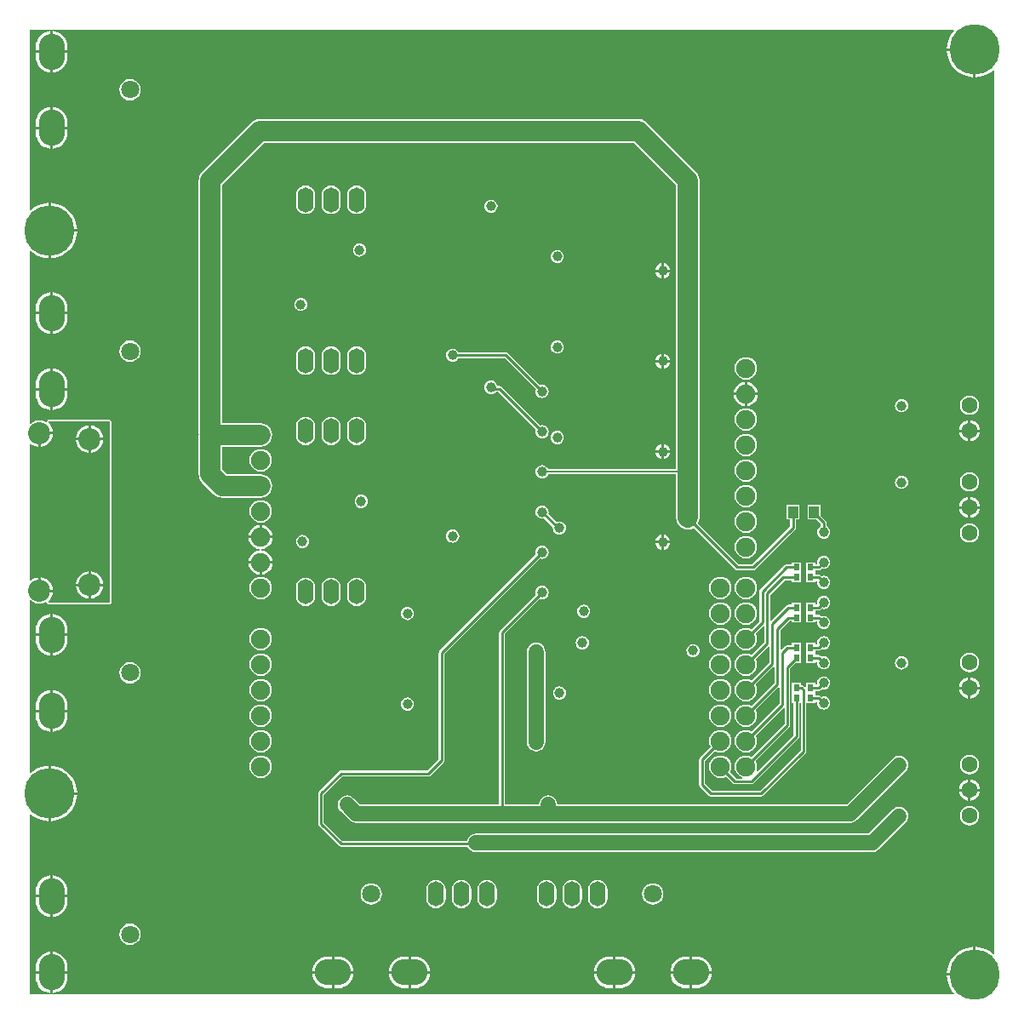
<source format=gtl>
G04*
G04 #@! TF.GenerationSoftware,Altium Limited,Altium Designer,19.1.5 (86)*
G04*
G04 Layer_Physical_Order=1*
G04 Layer_Color=255*
%FSLAX25Y25*%
%MOIN*%
G70*
G01*
G75*
%ADD11C,0.00787*%
%ADD13C,0.01000*%
%ADD15R,0.02362X0.02756*%
%ADD16R,0.03937X0.04724*%
%ADD17C,0.03937*%
%ADD18O,0.06299X0.09843*%
%ADD19C,0.08661*%
%ADD20C,0.07087*%
%ADD21O,0.14173X0.10236*%
%ADD22O,0.10236X0.14173*%
%ADD23C,0.07500*%
%ADD24C,0.06299*%
%ADD25C,0.19685*%
%ADD26C,0.07874*%
%ADD27C,0.05906*%
G36*
X369992Y385327D02*
X369154Y384346D01*
X368262Y382890D01*
X367609Y381314D01*
X367211Y379654D01*
X367116Y378453D01*
X377953D01*
Y377953D01*
X378453D01*
Y367116D01*
X379654Y367211D01*
X381314Y367609D01*
X382890Y368262D01*
X384346Y369154D01*
X385327Y369992D01*
X385827Y369761D01*
X385827Y23939D01*
X385327Y23709D01*
X384346Y24547D01*
X382890Y25439D01*
X381314Y26092D01*
X379654Y26490D01*
X378453Y26585D01*
Y15748D01*
X377953D01*
Y15248D01*
X367116D01*
X367211Y14047D01*
X367609Y12387D01*
X368262Y10810D01*
X369154Y9355D01*
X369992Y8374D01*
X369761Y7874D01*
X7874Y7874D01*
Y78423D01*
X8374Y78653D01*
X9355Y77815D01*
X10810Y76924D01*
X12387Y76270D01*
X14047Y75872D01*
X15248Y75778D01*
Y86614D01*
Y97451D01*
X14047Y97356D01*
X12387Y96958D01*
X10810Y96305D01*
X9355Y95413D01*
X8374Y94575D01*
X7874Y94806D01*
Y162220D01*
X8374Y162359D01*
X9321Y161632D01*
X10522Y161135D01*
X11811Y160965D01*
X13100Y161135D01*
X14194Y161588D01*
X14566Y161480D01*
X14771Y161363D01*
X14824Y161206D01*
X14923Y161093D01*
X14981Y160953D01*
X15082Y160911D01*
X15155Y160829D01*
X15305Y160819D01*
X15445Y160761D01*
X39370D01*
X39834Y160953D01*
X40026Y161417D01*
Y232283D01*
X39834Y232748D01*
X39370Y232940D01*
X15445D01*
X15305Y232882D01*
X15155Y232872D01*
X15082Y232789D01*
X14981Y232748D01*
X14923Y232608D01*
X14824Y232494D01*
X14771Y232338D01*
X14566Y232221D01*
X14194Y232113D01*
X13100Y232566D01*
X11811Y232735D01*
X10522Y232566D01*
X9321Y232068D01*
X8374Y231342D01*
X7874Y231481D01*
Y298895D01*
X8374Y299126D01*
X9355Y298288D01*
X10810Y297396D01*
X12387Y296743D01*
X14047Y296344D01*
X15248Y296250D01*
Y307087D01*
Y317923D01*
X14047Y317829D01*
X12387Y317430D01*
X10810Y316777D01*
X9355Y315885D01*
X8374Y315048D01*
X7874Y315278D01*
Y385827D01*
X369761Y385827D01*
X369992Y385327D01*
D02*
G37*
G36*
X39370Y161417D02*
X15445D01*
X15284Y161891D01*
X15613Y162143D01*
X16467Y163257D01*
X17005Y164553D01*
X17122Y165445D01*
X11811D01*
Y165945D01*
X11311D01*
Y171256D01*
X10419Y171138D01*
X9123Y170601D01*
X8374Y170027D01*
X7874Y170273D01*
Y223427D01*
X8374Y223674D01*
X9123Y223099D01*
X10419Y222562D01*
X11311Y222445D01*
Y227756D01*
X11811D01*
Y228256D01*
X17122D01*
X17005Y229148D01*
X16467Y230444D01*
X15613Y231558D01*
X15284Y231810D01*
X15445Y232283D01*
X39370D01*
Y161417D01*
D02*
G37*
%LPC*%
G36*
X17035Y385232D02*
Y377665D01*
X22683D01*
Y379134D01*
X22565Y380333D01*
X22215Y381487D01*
X21647Y382549D01*
X20883Y383481D01*
X19951Y384245D01*
X18888Y384814D01*
X17735Y385163D01*
X17035Y385232D01*
D02*
G37*
G36*
X16035Y385232D02*
X15336Y385163D01*
X14183Y384814D01*
X13120Y384245D01*
X12188Y383481D01*
X11424Y382549D01*
X10856Y381487D01*
X10506Y380333D01*
X10388Y379134D01*
Y377665D01*
X16035D01*
Y385232D01*
D02*
G37*
G36*
Y376665D02*
X10388D01*
Y375197D01*
X10506Y373997D01*
X10856Y372844D01*
X11424Y371781D01*
X12188Y370850D01*
X13120Y370085D01*
X14183Y369517D01*
X15336Y369167D01*
X16035Y369098D01*
Y376665D01*
D02*
G37*
G36*
X22683D02*
X17035D01*
Y369098D01*
X17735Y369167D01*
X18888Y369517D01*
X19951Y370085D01*
X20883Y370850D01*
X21647Y371781D01*
X22215Y372844D01*
X22565Y373997D01*
X22683Y375197D01*
Y376665D01*
D02*
G37*
G36*
X377453Y377453D02*
X367116D01*
X367211Y376251D01*
X367609Y374592D01*
X368262Y373015D01*
X369154Y371560D01*
X370262Y370262D01*
X371560Y369154D01*
X373015Y368262D01*
X374592Y367609D01*
X376251Y367211D01*
X377453Y367116D01*
Y377453D01*
D02*
G37*
G36*
X47244Y366390D02*
X46161Y366248D01*
X45151Y365829D01*
X44285Y365164D01*
X43619Y364297D01*
X43201Y363288D01*
X43059Y362205D01*
X43201Y361122D01*
X43619Y360112D01*
X44285Y359245D01*
X45151Y358580D01*
X46161Y358162D01*
X47244Y358019D01*
X48327Y358162D01*
X49337Y358580D01*
X50204Y359245D01*
X50869Y360112D01*
X51287Y361122D01*
X51429Y362205D01*
X51287Y363288D01*
X50869Y364297D01*
X50204Y365164D01*
X49337Y365829D01*
X48327Y366248D01*
X47244Y366390D01*
D02*
G37*
G36*
X17035Y355311D02*
Y347744D01*
X22683D01*
Y349213D01*
X22565Y350412D01*
X22215Y351565D01*
X21647Y352628D01*
X20883Y353560D01*
X19951Y354324D01*
X18888Y354892D01*
X17735Y355242D01*
X17035Y355311D01*
D02*
G37*
G36*
X16035D02*
X15336Y355242D01*
X14183Y354892D01*
X13120Y354324D01*
X12188Y353560D01*
X11424Y352628D01*
X10856Y351565D01*
X10506Y350412D01*
X10388Y349213D01*
Y347744D01*
X16035D01*
Y355311D01*
D02*
G37*
G36*
Y346744D02*
X10388D01*
Y345276D01*
X10506Y344076D01*
X10856Y342923D01*
X11424Y341860D01*
X12188Y340929D01*
X13120Y340164D01*
X14183Y339596D01*
X15336Y339246D01*
X16035Y339177D01*
Y346744D01*
D02*
G37*
G36*
X22683D02*
X17035D01*
Y339177D01*
X17735Y339246D01*
X18888Y339596D01*
X19951Y340164D01*
X20883Y340929D01*
X21647Y341860D01*
X22215Y342923D01*
X22565Y344076D01*
X22683Y345276D01*
Y346744D01*
D02*
G37*
G36*
X188602Y319152D02*
X187930Y319064D01*
X187304Y318804D01*
X186766Y318391D01*
X186353Y317854D01*
X186094Y317227D01*
X186005Y316555D01*
X186094Y315883D01*
X186353Y315257D01*
X186766Y314719D01*
X187304Y314306D01*
X187930Y314047D01*
X188602Y313958D01*
X189275Y314047D01*
X189901Y314306D01*
X190439Y314719D01*
X190851Y315257D01*
X191111Y315883D01*
X191199Y316555D01*
X191111Y317227D01*
X190851Y317854D01*
X190439Y318391D01*
X189901Y318804D01*
X189275Y319064D01*
X188602Y319152D01*
D02*
G37*
G36*
X135984Y324694D02*
X135004Y324565D01*
X134090Y324186D01*
X133306Y323584D01*
X132703Y322800D01*
X132325Y321886D01*
X132196Y320905D01*
Y317362D01*
X132325Y316382D01*
X132703Y315468D01*
X133306Y314683D01*
X134090Y314081D01*
X135004Y313703D01*
X135984Y313574D01*
X136965Y313703D01*
X137878Y314081D01*
X138663Y314683D01*
X139265Y315468D01*
X139644Y316382D01*
X139773Y317362D01*
Y320905D01*
X139644Y321886D01*
X139265Y322800D01*
X138663Y323584D01*
X137878Y324186D01*
X136965Y324565D01*
X135984Y324694D01*
D02*
G37*
G36*
X125984D02*
X125004Y324565D01*
X124090Y324186D01*
X123305Y323584D01*
X122704Y322800D01*
X122325Y321886D01*
X122196Y320905D01*
Y317362D01*
X122325Y316382D01*
X122704Y315468D01*
X123305Y314683D01*
X124090Y314081D01*
X125004Y313703D01*
X125984Y313574D01*
X126965Y313703D01*
X127878Y314081D01*
X128663Y314683D01*
X129265Y315468D01*
X129643Y316382D01*
X129773Y317362D01*
Y320905D01*
X129643Y321886D01*
X129265Y322800D01*
X128663Y323584D01*
X127878Y324186D01*
X126965Y324565D01*
X125984Y324694D01*
D02*
G37*
G36*
X115984D02*
X115004Y324565D01*
X114090Y324186D01*
X113305Y323584D01*
X112704Y322800D01*
X112325Y321886D01*
X112196Y320905D01*
Y317362D01*
X112325Y316382D01*
X112704Y315468D01*
X113305Y314683D01*
X114090Y314081D01*
X115004Y313703D01*
X115984Y313574D01*
X116965Y313703D01*
X117878Y314081D01*
X118663Y314683D01*
X119265Y315468D01*
X119643Y316382D01*
X119773Y317362D01*
Y320905D01*
X119643Y321886D01*
X119265Y322800D01*
X118663Y323584D01*
X117878Y324186D01*
X116965Y324565D01*
X115984Y324694D01*
D02*
G37*
G36*
X16248Y317923D02*
Y307587D01*
X26585D01*
X26490Y308788D01*
X26092Y310448D01*
X25439Y312024D01*
X24547Y313479D01*
X23439Y314777D01*
X22141Y315885D01*
X20686Y316777D01*
X19109Y317430D01*
X17449Y317829D01*
X16248Y317923D01*
D02*
G37*
G36*
X137146Y302046D02*
X136474Y301957D01*
X135847Y301698D01*
X135309Y301285D01*
X134897Y300747D01*
X134637Y300121D01*
X134549Y299449D01*
X134637Y298777D01*
X134897Y298150D01*
X135309Y297612D01*
X135847Y297200D01*
X136474Y296940D01*
X137146Y296852D01*
X137818Y296940D01*
X138444Y297200D01*
X138982Y297612D01*
X139395Y298150D01*
X139654Y298777D01*
X139743Y299449D01*
X139654Y300121D01*
X139395Y300747D01*
X138982Y301285D01*
X138444Y301698D01*
X137818Y301957D01*
X137146Y302046D01*
D02*
G37*
G36*
X26585Y306587D02*
X16248D01*
Y296250D01*
X17449Y296344D01*
X19109Y296743D01*
X20686Y297396D01*
X22141Y298288D01*
X23439Y299396D01*
X24547Y300694D01*
X25439Y302149D01*
X26092Y303726D01*
X26490Y305385D01*
X26585Y306587D01*
D02*
G37*
G36*
X214567Y299487D02*
X213895Y299398D01*
X213268Y299139D01*
X212731Y298726D01*
X212318Y298188D01*
X212058Y297562D01*
X211970Y296890D01*
X212058Y296218D01*
X212318Y295591D01*
X212731Y295053D01*
X213268Y294641D01*
X213895Y294381D01*
X214567Y294293D01*
X215239Y294381D01*
X215865Y294641D01*
X216403Y295053D01*
X216816Y295591D01*
X217075Y296218D01*
X217164Y296890D01*
X217075Y297562D01*
X216816Y298188D01*
X216403Y298726D01*
X215865Y299139D01*
X215239Y299398D01*
X214567Y299487D01*
D02*
G37*
G36*
X256405Y294267D02*
Y291839D01*
X258834D01*
X258798Y292113D01*
X258499Y292836D01*
X258023Y293456D01*
X257403Y293932D01*
X256680Y294231D01*
X256405Y294267D01*
D02*
G37*
G36*
X255405D02*
X255131Y294231D01*
X254408Y293932D01*
X253788Y293456D01*
X253312Y292836D01*
X253013Y292113D01*
X252977Y291839D01*
X255405D01*
Y294267D01*
D02*
G37*
G36*
X258834Y290839D02*
X256405D01*
Y288410D01*
X256680Y288446D01*
X257403Y288746D01*
X258023Y289221D01*
X258499Y289842D01*
X258798Y290564D01*
X258834Y290839D01*
D02*
G37*
G36*
X255405D02*
X252977D01*
X253013Y290564D01*
X253312Y289842D01*
X253788Y289221D01*
X254408Y288746D01*
X255131Y288446D01*
X255405Y288410D01*
Y290839D01*
D02*
G37*
G36*
X114173Y280747D02*
X113501Y280658D01*
X112875Y280399D01*
X112337Y279986D01*
X111924Y279448D01*
X111665Y278822D01*
X111576Y278150D01*
X111665Y277477D01*
X111924Y276851D01*
X112337Y276313D01*
X112875Y275901D01*
X113501Y275641D01*
X114173Y275553D01*
X114845Y275641D01*
X115472Y275901D01*
X116010Y276313D01*
X116422Y276851D01*
X116682Y277477D01*
X116770Y278150D01*
X116682Y278822D01*
X116422Y279448D01*
X116010Y279986D01*
X115472Y280399D01*
X114845Y280658D01*
X114173Y280747D01*
D02*
G37*
G36*
X17035Y282870D02*
Y275303D01*
X22683D01*
Y276772D01*
X22565Y277971D01*
X22215Y279124D01*
X21647Y280187D01*
X20883Y281119D01*
X19951Y281883D01*
X18888Y282451D01*
X17735Y282801D01*
X17035Y282870D01*
D02*
G37*
G36*
X16035D02*
X15336Y282801D01*
X14183Y282451D01*
X13120Y281883D01*
X12188Y281119D01*
X11424Y280187D01*
X10856Y279124D01*
X10506Y277971D01*
X10388Y276772D01*
Y275303D01*
X16035D01*
Y282870D01*
D02*
G37*
G36*
X22683Y274303D02*
X17035D01*
Y266736D01*
X17735Y266805D01*
X18888Y267155D01*
X19951Y267723D01*
X20883Y268488D01*
X21647Y269419D01*
X22215Y270482D01*
X22565Y271635D01*
X22683Y272835D01*
Y274303D01*
D02*
G37*
G36*
X16035D02*
X10388D01*
Y272835D01*
X10506Y271635D01*
X10856Y270482D01*
X11424Y269419D01*
X12188Y268488D01*
X13120Y267723D01*
X14183Y267155D01*
X15336Y266805D01*
X16035Y266736D01*
Y274303D01*
D02*
G37*
G36*
X214567Y264054D02*
X213895Y263965D01*
X213268Y263706D01*
X212731Y263293D01*
X212318Y262755D01*
X212058Y262129D01*
X211970Y261457D01*
X212058Y260785D01*
X212318Y260158D01*
X212731Y259620D01*
X213268Y259208D01*
X213895Y258948D01*
X214567Y258860D01*
X215239Y258948D01*
X215865Y259208D01*
X216403Y259620D01*
X216816Y260158D01*
X217075Y260785D01*
X217164Y261457D01*
X217075Y262129D01*
X216816Y262755D01*
X216403Y263293D01*
X215865Y263706D01*
X215239Y263965D01*
X214567Y264054D01*
D02*
G37*
G36*
X256405Y258834D02*
Y256405D01*
X258834D01*
X258798Y256680D01*
X258499Y257403D01*
X258023Y258023D01*
X257403Y258499D01*
X256680Y258798D01*
X256405Y258834D01*
D02*
G37*
G36*
X255405D02*
X255131Y258798D01*
X254408Y258499D01*
X253788Y258023D01*
X253312Y257403D01*
X253013Y256680D01*
X252977Y256405D01*
X255405D01*
Y258834D01*
D02*
G37*
G36*
X47244Y264028D02*
X46161Y263885D01*
X45151Y263467D01*
X44285Y262802D01*
X43619Y261935D01*
X43201Y260926D01*
X43059Y259842D01*
X43201Y258759D01*
X43619Y257750D01*
X44285Y256883D01*
X45151Y256218D01*
X46161Y255800D01*
X47244Y255657D01*
X48327Y255800D01*
X49337Y256218D01*
X50204Y256883D01*
X50869Y257750D01*
X51287Y258759D01*
X51429Y259842D01*
X51287Y260926D01*
X50869Y261935D01*
X50204Y262802D01*
X49337Y263467D01*
X48327Y263885D01*
X47244Y264028D01*
D02*
G37*
G36*
X258834Y255405D02*
X256405D01*
Y252977D01*
X256680Y253013D01*
X257403Y253312D01*
X258023Y253788D01*
X258499Y254408D01*
X258798Y255131D01*
X258834Y255405D01*
D02*
G37*
G36*
X255405D02*
X252977D01*
X253013Y255131D01*
X253312Y254408D01*
X253788Y253788D01*
X254408Y253312D01*
X255131Y253013D01*
X255405Y252977D01*
Y255405D01*
D02*
G37*
G36*
X135984Y261702D02*
X135004Y261573D01*
X134090Y261194D01*
X133306Y260592D01*
X132703Y259807D01*
X132325Y258894D01*
X132196Y257913D01*
Y254370D01*
X132325Y253390D01*
X132703Y252476D01*
X133306Y251691D01*
X134090Y251089D01*
X135004Y250711D01*
X135984Y250582D01*
X136965Y250711D01*
X137878Y251089D01*
X138663Y251691D01*
X139265Y252476D01*
X139644Y253390D01*
X139773Y254370D01*
Y257913D01*
X139644Y258894D01*
X139265Y259807D01*
X138663Y260592D01*
X137878Y261194D01*
X136965Y261573D01*
X135984Y261702D01*
D02*
G37*
G36*
X125984D02*
X125004Y261573D01*
X124090Y261194D01*
X123305Y260592D01*
X122704Y259807D01*
X122325Y258894D01*
X122196Y257913D01*
Y254370D01*
X122325Y253390D01*
X122704Y252476D01*
X123305Y251691D01*
X124090Y251089D01*
X125004Y250711D01*
X125984Y250582D01*
X126965Y250711D01*
X127878Y251089D01*
X128663Y251691D01*
X129265Y252476D01*
X129643Y253390D01*
X129773Y254370D01*
Y257913D01*
X129643Y258894D01*
X129265Y259807D01*
X128663Y260592D01*
X127878Y261194D01*
X126965Y261573D01*
X125984Y261702D01*
D02*
G37*
G36*
X115984D02*
X115004Y261573D01*
X114090Y261194D01*
X113305Y260592D01*
X112704Y259807D01*
X112325Y258894D01*
X112196Y257913D01*
Y254370D01*
X112325Y253390D01*
X112704Y252476D01*
X113305Y251691D01*
X114090Y251089D01*
X115004Y250711D01*
X115984Y250582D01*
X116965Y250711D01*
X117878Y251089D01*
X118663Y251691D01*
X119265Y252476D01*
X119643Y253390D01*
X119773Y254370D01*
Y257913D01*
X119643Y258894D01*
X119265Y259807D01*
X118663Y260592D01*
X117878Y261194D01*
X116965Y261573D01*
X115984Y261702D01*
D02*
G37*
G36*
X288425Y257481D02*
X287288Y257331D01*
X286228Y256892D01*
X285318Y256194D01*
X284620Y255284D01*
X284181Y254224D01*
X284031Y253087D01*
X284181Y251949D01*
X284620Y250890D01*
X285318Y249980D01*
X286228Y249281D01*
X287288Y248842D01*
X288425Y248693D01*
X289562Y248842D01*
X290622Y249281D01*
X291532Y249980D01*
X292230Y250890D01*
X292669Y251949D01*
X292819Y253087D01*
X292669Y254224D01*
X292230Y255284D01*
X291532Y256194D01*
X290622Y256892D01*
X289562Y257331D01*
X288425Y257481D01*
D02*
G37*
G36*
X17035Y252949D02*
Y245382D01*
X22683D01*
Y246850D01*
X22565Y248050D01*
X22215Y249203D01*
X21647Y250266D01*
X20883Y251198D01*
X19951Y251962D01*
X18888Y252530D01*
X17735Y252880D01*
X17035Y252949D01*
D02*
G37*
G36*
X16035D02*
X15336Y252880D01*
X14183Y252530D01*
X13120Y251962D01*
X12188Y251198D01*
X11424Y250266D01*
X10856Y249203D01*
X10506Y248050D01*
X10388Y246850D01*
Y245382D01*
X16035D01*
Y252949D01*
D02*
G37*
G36*
X288925Y247812D02*
Y243587D01*
X293150D01*
X293053Y244327D01*
X292574Y245482D01*
X291813Y246474D01*
X290821Y247236D01*
X289665Y247714D01*
X288925Y247812D01*
D02*
G37*
G36*
X287925Y247812D02*
X287185Y247714D01*
X286030Y247236D01*
X285037Y246474D01*
X284276Y245482D01*
X283798Y244327D01*
X283700Y243587D01*
X287925D01*
Y247812D01*
D02*
G37*
G36*
X173602Y260845D02*
X172930Y260757D01*
X172304Y260497D01*
X171766Y260084D01*
X171353Y259546D01*
X171094Y258920D01*
X171005Y258248D01*
X171094Y257576D01*
X171353Y256949D01*
X171766Y256412D01*
X172304Y255999D01*
X172930Y255739D01*
X173602Y255651D01*
X174275Y255739D01*
X174901Y255999D01*
X175439Y256412D01*
X175851Y256949D01*
X175922Y257120D01*
X194041D01*
X206224Y244937D01*
X206153Y244767D01*
X206064Y244094D01*
X206153Y243422D01*
X206412Y242796D01*
X206825Y242258D01*
X207363Y241845D01*
X207989Y241586D01*
X208661Y241497D01*
X209334Y241586D01*
X209960Y241845D01*
X210498Y242258D01*
X210911Y242796D01*
X211170Y243422D01*
X211258Y244094D01*
X211170Y244767D01*
X210911Y245393D01*
X210498Y245931D01*
X209960Y246344D01*
X209334Y246603D01*
X208661Y246691D01*
X207989Y246603D01*
X207819Y246532D01*
X195306Y259046D01*
X194940Y259290D01*
X194508Y259376D01*
X194508Y259376D01*
X175922D01*
X175851Y259546D01*
X175439Y260084D01*
X174901Y260497D01*
X174275Y260757D01*
X173602Y260845D01*
D02*
G37*
G36*
X293150Y242587D02*
X288925D01*
Y238362D01*
X289665Y238459D01*
X290821Y238937D01*
X291813Y239699D01*
X292574Y240691D01*
X293053Y241847D01*
X293150Y242587D01*
D02*
G37*
G36*
X287925D02*
X283700D01*
X283798Y241847D01*
X284276Y240691D01*
X285037Y239699D01*
X286030Y238937D01*
X287185Y238459D01*
X287925Y238361D01*
Y242587D01*
D02*
G37*
G36*
X16035Y244382D02*
X10388D01*
Y242913D01*
X10506Y241714D01*
X10856Y240561D01*
X11424Y239498D01*
X12188Y238566D01*
X13120Y237802D01*
X14183Y237234D01*
X15336Y236884D01*
X16035Y236815D01*
Y244382D01*
D02*
G37*
G36*
X22683D02*
X17035D01*
Y236815D01*
X17735Y236884D01*
X18888Y237234D01*
X19951Y237802D01*
X20883Y238566D01*
X21647Y239498D01*
X22215Y240561D01*
X22565Y241714D01*
X22683Y242913D01*
Y244382D01*
D02*
G37*
G36*
X349410Y241091D02*
X348737Y241003D01*
X348111Y240743D01*
X347573Y240331D01*
X347160Y239793D01*
X346901Y239166D01*
X346812Y238494D01*
X346901Y237822D01*
X347160Y237196D01*
X347573Y236658D01*
X348111Y236245D01*
X348737Y235986D01*
X349410Y235897D01*
X350082Y235986D01*
X350708Y236245D01*
X351246Y236658D01*
X351659Y237196D01*
X351918Y237822D01*
X352007Y238494D01*
X351918Y239166D01*
X351659Y239793D01*
X351246Y240331D01*
X350708Y240743D01*
X350082Y241003D01*
X349410Y241091D01*
D02*
G37*
G36*
X375984Y242450D02*
X375004Y242321D01*
X374090Y241942D01*
X373306Y241340D01*
X372704Y240556D01*
X372325Y239642D01*
X372196Y238661D01*
X372325Y237681D01*
X372704Y236767D01*
X373306Y235983D01*
X374090Y235381D01*
X375004Y235002D01*
X375984Y234873D01*
X376965Y235002D01*
X377878Y235381D01*
X378663Y235983D01*
X379265Y236767D01*
X379644Y237681D01*
X379773Y238661D01*
X379644Y239642D01*
X379265Y240556D01*
X378663Y241340D01*
X377878Y241942D01*
X376965Y242321D01*
X375984Y242450D01*
D02*
G37*
G36*
X376484Y232781D02*
Y229161D01*
X380104D01*
X380027Y229745D01*
X379609Y230754D01*
X378944Y231621D01*
X378077Y232286D01*
X377067Y232704D01*
X376484Y232781D01*
D02*
G37*
G36*
X375484Y232781D02*
X374901Y232704D01*
X373891Y232286D01*
X373025Y231621D01*
X372360Y230754D01*
X371941Y229745D01*
X371865Y229161D01*
X375484D01*
Y232781D01*
D02*
G37*
G36*
X288425Y237480D02*
X287288Y237331D01*
X286228Y236892D01*
X285318Y236194D01*
X284620Y235284D01*
X284181Y234224D01*
X284031Y233087D01*
X284181Y231949D01*
X284620Y230890D01*
X285318Y229980D01*
X286228Y229281D01*
X287288Y228842D01*
X288425Y228693D01*
X289562Y228842D01*
X290622Y229281D01*
X291532Y229980D01*
X292230Y230890D01*
X292669Y231949D01*
X292819Y233087D01*
X292669Y234224D01*
X292230Y235284D01*
X291532Y236194D01*
X290622Y236892D01*
X289562Y237331D01*
X288425Y237480D01*
D02*
G37*
G36*
X188602Y248286D02*
X187930Y248198D01*
X187304Y247938D01*
X186766Y247525D01*
X186353Y246988D01*
X186094Y246361D01*
X186005Y245689D01*
X186094Y245017D01*
X186353Y244391D01*
X186766Y243853D01*
X187304Y243440D01*
X187930Y243180D01*
X188602Y243092D01*
X189275Y243180D01*
X189901Y243440D01*
X190439Y243853D01*
X190551Y243999D01*
X191414D01*
X206224Y229189D01*
X206153Y229019D01*
X206064Y228346D01*
X206153Y227674D01*
X206412Y227048D01*
X206825Y226510D01*
X207363Y226097D01*
X207989Y225838D01*
X208661Y225749D01*
X209334Y225838D01*
X209960Y226097D01*
X210498Y226510D01*
X210911Y227048D01*
X211170Y227674D01*
X211258Y228346D01*
X211170Y229019D01*
X210911Y229645D01*
X210498Y230183D01*
X209960Y230596D01*
X209334Y230855D01*
X208661Y230943D01*
X207989Y230855D01*
X207819Y230784D01*
X192678Y245925D01*
X192313Y246169D01*
X191881Y246255D01*
X191881Y246255D01*
X191125D01*
X191111Y246361D01*
X190851Y246988D01*
X190439Y247525D01*
X189901Y247938D01*
X189275Y248198D01*
X188602Y248286D01*
D02*
G37*
G36*
X380104Y228161D02*
X376484D01*
Y224542D01*
X377067Y224619D01*
X378077Y225037D01*
X378944Y225702D01*
X379609Y226569D01*
X380027Y227578D01*
X380104Y228161D01*
D02*
G37*
G36*
X375484D02*
X371865D01*
X371941Y227578D01*
X372360Y226569D01*
X373025Y225702D01*
X373891Y225037D01*
X374901Y224619D01*
X375484Y224542D01*
Y228161D01*
D02*
G37*
G36*
X214567Y228621D02*
X213895Y228532D01*
X213268Y228273D01*
X212731Y227860D01*
X212318Y227322D01*
X212058Y226696D01*
X211970Y226024D01*
X212058Y225352D01*
X212318Y224725D01*
X212731Y224187D01*
X213268Y223775D01*
X213895Y223515D01*
X214567Y223427D01*
X215239Y223515D01*
X215865Y223775D01*
X216403Y224187D01*
X216816Y224725D01*
X217075Y225352D01*
X217164Y226024D01*
X217075Y226696D01*
X216816Y227322D01*
X216403Y227860D01*
X215865Y228273D01*
X215239Y228532D01*
X214567Y228621D01*
D02*
G37*
G36*
X135984Y234143D02*
X135004Y234014D01*
X134090Y233635D01*
X133306Y233033D01*
X132703Y232248D01*
X132325Y231335D01*
X132196Y230354D01*
Y226811D01*
X132325Y225831D01*
X132703Y224917D01*
X133306Y224132D01*
X134090Y223530D01*
X135004Y223152D01*
X135984Y223023D01*
X136965Y223152D01*
X137878Y223530D01*
X138663Y224132D01*
X139265Y224917D01*
X139644Y225831D01*
X139773Y226811D01*
Y230354D01*
X139644Y231335D01*
X139265Y232248D01*
X138663Y233033D01*
X137878Y233635D01*
X136965Y234014D01*
X135984Y234143D01*
D02*
G37*
G36*
X125984D02*
X125004Y234014D01*
X124090Y233635D01*
X123305Y233033D01*
X122704Y232248D01*
X122325Y231335D01*
X122196Y230354D01*
Y226811D01*
X122325Y225831D01*
X122704Y224917D01*
X123305Y224132D01*
X124090Y223530D01*
X125004Y223152D01*
X125984Y223023D01*
X126965Y223152D01*
X127878Y223530D01*
X128663Y224132D01*
X129265Y224917D01*
X129643Y225831D01*
X129773Y226811D01*
Y230354D01*
X129643Y231335D01*
X129265Y232248D01*
X128663Y233033D01*
X127878Y233635D01*
X126965Y234014D01*
X125984Y234143D01*
D02*
G37*
G36*
X115984D02*
X115004Y234014D01*
X114090Y233635D01*
X113305Y233033D01*
X112704Y232248D01*
X112325Y231335D01*
X112196Y230354D01*
Y226811D01*
X112325Y225831D01*
X112704Y224917D01*
X113305Y224132D01*
X114090Y223530D01*
X115004Y223152D01*
X115984Y223023D01*
X116965Y223152D01*
X117878Y223530D01*
X118663Y224132D01*
X119265Y224917D01*
X119643Y225831D01*
X119773Y226811D01*
Y230354D01*
X119643Y231335D01*
X119265Y232248D01*
X118663Y233033D01*
X117878Y233635D01*
X116965Y234014D01*
X115984Y234143D01*
D02*
G37*
G36*
X256405Y223401D02*
Y220972D01*
X258834D01*
X258798Y221247D01*
X258499Y221970D01*
X258023Y222590D01*
X257403Y223065D01*
X256680Y223364D01*
X256405Y223401D01*
D02*
G37*
G36*
X255405D02*
X255131Y223364D01*
X254408Y223065D01*
X253788Y222590D01*
X253312Y221970D01*
X253013Y221247D01*
X252977Y220972D01*
X255405D01*
Y223401D01*
D02*
G37*
G36*
X288425Y227481D02*
X287288Y227331D01*
X286228Y226892D01*
X285318Y226194D01*
X284620Y225284D01*
X284181Y224224D01*
X284031Y223087D01*
X284181Y221949D01*
X284620Y220890D01*
X285318Y219980D01*
X286228Y219281D01*
X287288Y218842D01*
X288425Y218693D01*
X289562Y218842D01*
X290622Y219281D01*
X291532Y219980D01*
X292230Y220890D01*
X292669Y221949D01*
X292819Y223087D01*
X292669Y224224D01*
X292230Y225284D01*
X291532Y226194D01*
X290622Y226892D01*
X289562Y227331D01*
X288425Y227481D01*
D02*
G37*
G36*
X258834Y219972D02*
X256405D01*
Y217544D01*
X256680Y217580D01*
X257403Y217880D01*
X258023Y218355D01*
X258499Y218975D01*
X258798Y219697D01*
X258834Y219972D01*
D02*
G37*
G36*
X255405D02*
X252977D01*
X253013Y219697D01*
X253312Y218975D01*
X253788Y218355D01*
X254408Y217880D01*
X255131Y217580D01*
X255405Y217544D01*
Y219972D01*
D02*
G37*
G36*
X246417Y350685D02*
X98071D01*
X96885Y350529D01*
X95780Y350071D01*
X94831Y349343D01*
X75500Y330012D01*
X74772Y329063D01*
X74314Y327958D01*
X74236Y327365D01*
X74158Y326772D01*
Y227756D01*
X74202Y227421D01*
X74158Y227087D01*
Y211699D01*
X74236Y211106D01*
X74314Y210513D01*
X74772Y209408D01*
X75500Y208459D01*
X80112Y203846D01*
X81061Y203118D01*
X82167Y202660D01*
X82760Y202582D01*
X83353Y202504D01*
X98425D01*
X99611Y202660D01*
X100716Y203118D01*
X101665Y203846D01*
X102394Y204795D01*
X102852Y205901D01*
X103008Y207087D01*
X102852Y208273D01*
X102394Y209378D01*
X101665Y210327D01*
X100716Y211055D01*
X99611Y211513D01*
X98425Y211669D01*
X85251D01*
X83323Y213597D01*
Y222504D01*
X98425D01*
X99611Y222660D01*
X100716Y223118D01*
X101665Y223846D01*
X102394Y224795D01*
X102852Y225901D01*
X103008Y227087D01*
X102852Y228273D01*
X102394Y229378D01*
X101665Y230327D01*
X100716Y231055D01*
X99611Y231513D01*
X98425Y231669D01*
X83323D01*
Y324873D01*
X99969Y341520D01*
X244519D01*
X261165Y324873D01*
Y300827D01*
Y213618D01*
X211026D01*
X210911Y213897D01*
X210498Y214435D01*
X209960Y214847D01*
X209334Y215107D01*
X208661Y215195D01*
X207989Y215107D01*
X207363Y214847D01*
X206825Y214435D01*
X206412Y213897D01*
X206153Y213271D01*
X206064Y212598D01*
X206153Y211926D01*
X206412Y211300D01*
X206825Y210762D01*
X207363Y210349D01*
X207989Y210090D01*
X208661Y210001D01*
X209334Y210090D01*
X209960Y210349D01*
X210498Y210762D01*
X210911Y211300D01*
X211026Y211579D01*
X261165D01*
Y194528D01*
X261322Y193342D01*
X261779Y192236D01*
X262508Y191287D01*
X263457Y190559D01*
X264562Y190101D01*
X265748Y189945D01*
X266934Y190101D01*
X268039Y190559D01*
X268086Y190595D01*
X284281Y174399D01*
X284281Y174399D01*
X284647Y174155D01*
X285079Y174069D01*
X285079Y174069D01*
X291338D01*
X291339Y174069D01*
X291770Y174155D01*
X292136Y174399D01*
X307687Y189950D01*
X307932Y190316D01*
X308018Y190748D01*
X308018Y190748D01*
Y193882D01*
X309465D01*
Y199819D01*
X304315D01*
Y193882D01*
X305762D01*
Y191215D01*
X290871Y176325D01*
X285546D01*
X269681Y192190D01*
X269717Y192236D01*
X270174Y193342D01*
X270331Y194528D01*
Y212598D01*
Y300827D01*
Y326772D01*
X270174Y327958D01*
X269717Y329063D01*
X268988Y330012D01*
X249658Y349343D01*
X248709Y350071D01*
X247603Y350529D01*
X246417Y350685D01*
D02*
G37*
G36*
X98425Y221480D02*
X97288Y221331D01*
X96228Y220892D01*
X95318Y220194D01*
X94620Y219284D01*
X94181Y218224D01*
X94031Y217087D01*
X94181Y215949D01*
X94620Y214890D01*
X95318Y213980D01*
X96228Y213281D01*
X97288Y212842D01*
X98425Y212693D01*
X99562Y212842D01*
X100622Y213281D01*
X101532Y213980D01*
X102230Y214890D01*
X102669Y215949D01*
X102819Y217087D01*
X102669Y218224D01*
X102230Y219284D01*
X101532Y220194D01*
X100622Y220892D01*
X99562Y221331D01*
X98425Y221480D01*
D02*
G37*
G36*
X288425Y217480D02*
X287288Y217331D01*
X286228Y216892D01*
X285318Y216194D01*
X284620Y215284D01*
X284181Y214224D01*
X284031Y213087D01*
X284181Y211949D01*
X284620Y210890D01*
X285318Y209980D01*
X286228Y209281D01*
X287288Y208842D01*
X288425Y208693D01*
X289562Y208842D01*
X290622Y209281D01*
X291532Y209980D01*
X292230Y210890D01*
X292669Y211949D01*
X292819Y213087D01*
X292669Y214224D01*
X292230Y215284D01*
X291532Y216194D01*
X290622Y216892D01*
X289562Y217331D01*
X288425Y217480D01*
D02*
G37*
G36*
X349410Y211091D02*
X348737Y211003D01*
X348111Y210743D01*
X347573Y210331D01*
X347160Y209793D01*
X346901Y209166D01*
X346812Y208494D01*
X346901Y207822D01*
X347160Y207196D01*
X347573Y206658D01*
X348111Y206245D01*
X348737Y205986D01*
X349410Y205897D01*
X350082Y205986D01*
X350708Y206245D01*
X351246Y206658D01*
X351659Y207196D01*
X351918Y207822D01*
X352007Y208494D01*
X351918Y209166D01*
X351659Y209793D01*
X351246Y210331D01*
X350708Y210743D01*
X350082Y211003D01*
X349410Y211091D01*
D02*
G37*
G36*
X375984Y212450D02*
X375004Y212321D01*
X374090Y211942D01*
X373306Y211340D01*
X372704Y210556D01*
X372325Y209642D01*
X372196Y208661D01*
X372325Y207681D01*
X372704Y206767D01*
X373306Y205983D01*
X374090Y205381D01*
X375004Y205002D01*
X375984Y204873D01*
X376965Y205002D01*
X377878Y205381D01*
X378663Y205983D01*
X379265Y206767D01*
X379644Y207681D01*
X379773Y208661D01*
X379644Y209642D01*
X379265Y210556D01*
X378663Y211340D01*
X377878Y211942D01*
X376965Y212321D01*
X375984Y212450D01*
D02*
G37*
G36*
X376484Y202781D02*
Y199161D01*
X380104D01*
X380027Y199745D01*
X379609Y200754D01*
X378944Y201621D01*
X378077Y202286D01*
X377067Y202704D01*
X376484Y202781D01*
D02*
G37*
G36*
X375484Y202781D02*
X374901Y202704D01*
X373891Y202286D01*
X373025Y201621D01*
X372360Y200754D01*
X371941Y199745D01*
X371865Y199161D01*
X375484D01*
Y202781D01*
D02*
G37*
G36*
X288425Y207481D02*
X287288Y207331D01*
X286228Y206892D01*
X285318Y206194D01*
X284620Y205284D01*
X284181Y204224D01*
X284031Y203087D01*
X284181Y201949D01*
X284620Y200890D01*
X285318Y199980D01*
X286228Y199281D01*
X287288Y198842D01*
X288425Y198693D01*
X289562Y198842D01*
X290622Y199281D01*
X291532Y199980D01*
X292230Y200890D01*
X292669Y201949D01*
X292819Y203087D01*
X292669Y204224D01*
X292230Y205284D01*
X291532Y206194D01*
X290622Y206892D01*
X289562Y207331D01*
X288425Y207481D01*
D02*
G37*
G36*
X137795Y203621D02*
X137123Y203532D01*
X136497Y203273D01*
X135959Y202860D01*
X135546Y202322D01*
X135287Y201696D01*
X135198Y201024D01*
X135287Y200352D01*
X135546Y199725D01*
X135959Y199187D01*
X136497Y198775D01*
X137123Y198515D01*
X137795Y198427D01*
X138467Y198515D01*
X139094Y198775D01*
X139632Y199187D01*
X140044Y199725D01*
X140304Y200352D01*
X140392Y201024D01*
X140304Y201696D01*
X140044Y202322D01*
X139632Y202860D01*
X139094Y203273D01*
X138467Y203532D01*
X137795Y203621D01*
D02*
G37*
G36*
X380104Y198161D02*
X376484D01*
Y194542D01*
X377067Y194619D01*
X378077Y195037D01*
X378944Y195702D01*
X379609Y196569D01*
X380027Y197578D01*
X380104Y198161D01*
D02*
G37*
G36*
X375484D02*
X371865D01*
X371941Y197578D01*
X372360Y196569D01*
X373025Y195702D01*
X373891Y195037D01*
X374901Y194619D01*
X375484Y194542D01*
Y198161D01*
D02*
G37*
G36*
X98425Y201481D02*
X97288Y201331D01*
X96228Y200892D01*
X95318Y200194D01*
X94620Y199284D01*
X94181Y198224D01*
X94031Y197087D01*
X94181Y195949D01*
X94620Y194890D01*
X95318Y193980D01*
X96228Y193281D01*
X97288Y192842D01*
X98425Y192693D01*
X99562Y192842D01*
X100622Y193281D01*
X101532Y193980D01*
X102230Y194890D01*
X102669Y195949D01*
X102819Y197087D01*
X102669Y198224D01*
X102230Y199284D01*
X101532Y200194D01*
X100622Y200892D01*
X99562Y201331D01*
X98425Y201481D01*
D02*
G37*
G36*
X288425Y197480D02*
X287288Y197331D01*
X286228Y196892D01*
X285318Y196194D01*
X284620Y195283D01*
X284181Y194224D01*
X284031Y193087D01*
X284181Y191949D01*
X284620Y190890D01*
X285318Y189980D01*
X286228Y189281D01*
X287288Y188842D01*
X288425Y188693D01*
X289562Y188842D01*
X290622Y189281D01*
X291532Y189980D01*
X292230Y190890D01*
X292669Y191949D01*
X292819Y193087D01*
X292669Y194224D01*
X292230Y195283D01*
X291532Y196194D01*
X290622Y196892D01*
X289562Y197331D01*
X288425Y197480D01*
D02*
G37*
G36*
X208661Y199447D02*
X207989Y199359D01*
X207363Y199100D01*
X206825Y198687D01*
X206412Y198149D01*
X206153Y197523D01*
X206064Y196850D01*
X206153Y196178D01*
X206412Y195552D01*
X206825Y195014D01*
X207363Y194601D01*
X207989Y194342D01*
X208661Y194253D01*
X209334Y194342D01*
X209504Y194413D01*
X212850Y191067D01*
X212787Y190591D01*
X212875Y189918D01*
X213135Y189292D01*
X213547Y188754D01*
X214085Y188341D01*
X214712Y188082D01*
X215384Y187994D01*
X216056Y188082D01*
X216682Y188341D01*
X217220Y188754D01*
X217633Y189292D01*
X217892Y189918D01*
X217981Y190591D01*
X217892Y191263D01*
X217633Y191889D01*
X217220Y192427D01*
X216682Y192840D01*
X216056Y193099D01*
X215384Y193188D01*
X214712Y193099D01*
X214214Y192893D01*
X211099Y196008D01*
X211170Y196178D01*
X211258Y196850D01*
X211170Y197523D01*
X210911Y198149D01*
X210498Y198687D01*
X209960Y199100D01*
X209334Y199359D01*
X208661Y199447D01*
D02*
G37*
G36*
X98925Y191812D02*
Y187587D01*
X103150D01*
X103053Y188327D01*
X102574Y189482D01*
X101813Y190474D01*
X100821Y191236D01*
X99665Y191714D01*
X98925Y191812D01*
D02*
G37*
G36*
X97925D02*
X97185Y191714D01*
X96030Y191236D01*
X95038Y190474D01*
X94276Y189482D01*
X93797Y188327D01*
X93700Y187587D01*
X97925D01*
Y191812D01*
D02*
G37*
G36*
X317732Y199819D02*
X312583D01*
Y193882D01*
X316137D01*
X317770Y192249D01*
Y191296D01*
X317599Y191226D01*
X317061Y190813D01*
X316649Y190275D01*
X316389Y189648D01*
X316301Y188976D01*
X316389Y188304D01*
X316649Y187678D01*
X317061Y187140D01*
X317599Y186727D01*
X318226Y186468D01*
X318898Y186379D01*
X319570Y186468D01*
X320196Y186727D01*
X320734Y187140D01*
X321147Y187678D01*
X321406Y188304D01*
X321495Y188976D01*
X321406Y189648D01*
X321147Y190275D01*
X320734Y190813D01*
X320196Y191226D01*
X320026Y191296D01*
Y192717D01*
X319940Y193148D01*
X319695Y193514D01*
X319695Y193514D01*
X317732Y195477D01*
Y199819D01*
D02*
G37*
G36*
X256405Y187968D02*
Y185539D01*
X258834D01*
X258798Y185814D01*
X258499Y186536D01*
X258023Y187156D01*
X257403Y187632D01*
X256680Y187932D01*
X256405Y187968D01*
D02*
G37*
G36*
X255405D02*
X255131Y187932D01*
X254408Y187632D01*
X253788Y187156D01*
X253312Y186536D01*
X253013Y185814D01*
X252977Y185539D01*
X255405D01*
Y187968D01*
D02*
G37*
G36*
X375984Y192450D02*
X375004Y192321D01*
X374090Y191942D01*
X373306Y191340D01*
X372704Y190556D01*
X372325Y189642D01*
X372196Y188661D01*
X372325Y187681D01*
X372704Y186767D01*
X373306Y185983D01*
X374090Y185381D01*
X375004Y185002D01*
X375984Y184873D01*
X376965Y185002D01*
X377878Y185381D01*
X378663Y185983D01*
X379265Y186767D01*
X379644Y187681D01*
X379773Y188661D01*
X379644Y189642D01*
X379265Y190556D01*
X378663Y191340D01*
X377878Y191942D01*
X376965Y192321D01*
X375984Y192450D01*
D02*
G37*
G36*
X173602Y189979D02*
X172930Y189890D01*
X172304Y189631D01*
X171766Y189218D01*
X171353Y188680D01*
X171094Y188054D01*
X171005Y187382D01*
X171094Y186710D01*
X171353Y186083D01*
X171766Y185546D01*
X172304Y185133D01*
X172930Y184873D01*
X173602Y184785D01*
X174275Y184873D01*
X174901Y185133D01*
X175439Y185546D01*
X175851Y186083D01*
X176111Y186710D01*
X176199Y187382D01*
X176111Y188054D01*
X175851Y188680D01*
X175439Y189218D01*
X174901Y189631D01*
X174275Y189890D01*
X173602Y189979D01*
D02*
G37*
G36*
X114823Y187873D02*
X114151Y187784D01*
X113524Y187525D01*
X112987Y187112D01*
X112574Y186574D01*
X112314Y185948D01*
X112226Y185276D01*
X112314Y184603D01*
X112574Y183977D01*
X112987Y183439D01*
X113524Y183027D01*
X114151Y182767D01*
X114823Y182679D01*
X115495Y182767D01*
X116121Y183027D01*
X116659Y183439D01*
X117072Y183977D01*
X117331Y184603D01*
X117420Y185276D01*
X117331Y185948D01*
X117072Y186574D01*
X116659Y187112D01*
X116121Y187525D01*
X115495Y187784D01*
X114823Y187873D01*
D02*
G37*
G36*
X258834Y184539D02*
X256405D01*
Y182111D01*
X256680Y182147D01*
X257403Y182446D01*
X258023Y182922D01*
X258499Y183542D01*
X258798Y184264D01*
X258834Y184539D01*
D02*
G37*
G36*
X255405D02*
X252977D01*
X253013Y184264D01*
X253312Y183542D01*
X253788Y182922D01*
X254408Y182446D01*
X255131Y182147D01*
X255405Y182111D01*
Y184539D01*
D02*
G37*
G36*
X288425Y187480D02*
X287288Y187331D01*
X286228Y186892D01*
X285318Y186194D01*
X284620Y185284D01*
X284181Y184224D01*
X284031Y183087D01*
X284181Y181949D01*
X284620Y180890D01*
X285318Y179980D01*
X286228Y179281D01*
X287288Y178842D01*
X288425Y178693D01*
X289562Y178842D01*
X290622Y179281D01*
X291532Y179980D01*
X292230Y180890D01*
X292669Y181949D01*
X292819Y183087D01*
X292669Y184224D01*
X292230Y185284D01*
X291532Y186194D01*
X290622Y186892D01*
X289562Y187331D01*
X288425Y187480D01*
D02*
G37*
G36*
X208661Y183699D02*
X207989Y183611D01*
X207363Y183351D01*
X206825Y182939D01*
X206412Y182401D01*
X206153Y181774D01*
X206064Y181102D01*
X206153Y180430D01*
X206224Y180260D01*
X168494Y142530D01*
X168249Y142164D01*
X168163Y141732D01*
X168163Y141732D01*
Y100113D01*
X163667Y95616D01*
X129921D01*
X129921Y95616D01*
X129490Y95530D01*
X129124Y95286D01*
X129124Y95286D01*
X121250Y87412D01*
X121005Y87046D01*
X120919Y86614D01*
X120919Y86614D01*
Y74803D01*
X120919Y74803D01*
X121005Y74371D01*
X121250Y74006D01*
X129124Y66132D01*
X129124Y66132D01*
X129490Y65887D01*
X129921Y65801D01*
X129921Y65801D01*
X179467D01*
X179588Y65508D01*
X180158Y64765D01*
X180902Y64194D01*
X181768Y63836D01*
X182697Y63713D01*
X337943D01*
X338872Y63836D01*
X339738Y64194D01*
X340481Y64765D01*
X350963Y75247D01*
X351534Y75991D01*
X351893Y76856D01*
X352015Y77785D01*
X351893Y78715D01*
X351534Y79580D01*
X350963Y80324D01*
X350220Y80894D01*
X349354Y81253D01*
X348425Y81375D01*
X347496Y81253D01*
X346630Y80894D01*
X345887Y80324D01*
X336456Y70893D01*
X182697D01*
X182697Y70893D01*
X181768Y70771D01*
X180902Y70412D01*
X180158Y69841D01*
X179588Y69098D01*
X179229Y68232D01*
X179206Y68057D01*
X130388D01*
X123175Y75270D01*
Y86147D01*
X130388Y93360D01*
X164134D01*
X164134Y93360D01*
X164566Y93446D01*
X164931Y93691D01*
X170089Y98848D01*
X170089Y98848D01*
X170334Y99214D01*
X170419Y99646D01*
X170419Y99646D01*
Y141265D01*
X207819Y178665D01*
X207989Y178594D01*
X208661Y178505D01*
X209334Y178594D01*
X209960Y178853D01*
X210498Y179266D01*
X210911Y179804D01*
X211170Y180430D01*
X211258Y181102D01*
X211170Y181774D01*
X210911Y182401D01*
X210498Y182939D01*
X209960Y183351D01*
X209334Y183611D01*
X208661Y183699D01*
D02*
G37*
G36*
X103150Y186587D02*
X98425D01*
X93700D01*
X93797Y185847D01*
X94276Y184691D01*
X95038Y183699D01*
X96030Y182938D01*
X97185Y182459D01*
X98097Y182339D01*
Y181834D01*
X97185Y181714D01*
X96030Y181236D01*
X95038Y180474D01*
X94276Y179482D01*
X93797Y178327D01*
X93700Y177587D01*
X98425D01*
X103150D01*
X103053Y178327D01*
X102574Y179482D01*
X101813Y180474D01*
X100821Y181236D01*
X99665Y181714D01*
X98753Y181834D01*
Y182339D01*
X99665Y182459D01*
X100821Y182938D01*
X101813Y183699D01*
X102574Y184691D01*
X103053Y185847D01*
X103150Y186587D01*
D02*
G37*
G36*
X318898Y179762D02*
X318226Y179674D01*
X317599Y179414D01*
X317061Y179002D01*
X316649Y178464D01*
X316389Y177838D01*
X316301Y177165D01*
X316343Y176843D01*
X316004Y176492D01*
X315567Y176643D01*
Y177181D01*
X311992D01*
Y173213D01*
Y169276D01*
X315567D01*
Y169814D01*
X316004Y169965D01*
X316343Y169614D01*
X316301Y169291D01*
X316389Y168619D01*
X316649Y167993D01*
X317061Y167455D01*
X317599Y167042D01*
X318226Y166783D01*
X318898Y166694D01*
X319570Y166783D01*
X320196Y167042D01*
X320734Y167455D01*
X321147Y167993D01*
X321406Y168619D01*
X321495Y169291D01*
X321406Y169964D01*
X321147Y170590D01*
X320734Y171128D01*
X320196Y171540D01*
X319570Y171800D01*
X318898Y171888D01*
X318226Y171800D01*
X318055Y171729D01*
X317727Y172057D01*
X317361Y172302D01*
X316929Y172388D01*
X316929Y172388D01*
X315567D01*
Y174069D01*
X316929D01*
X316929Y174069D01*
X317361Y174155D01*
X317727Y174399D01*
X318055Y174727D01*
X318226Y174657D01*
X318898Y174568D01*
X319570Y174657D01*
X320196Y174916D01*
X320734Y175329D01*
X321147Y175867D01*
X321406Y176493D01*
X321495Y177165D01*
X321406Y177838D01*
X321147Y178464D01*
X320734Y179002D01*
X320196Y179414D01*
X319570Y179674D01*
X318898Y179762D01*
D02*
G37*
G36*
X310055Y177181D02*
X306480D01*
Y176325D01*
X304331D01*
X304331Y176325D01*
X303899Y176239D01*
X303533Y175995D01*
X303533Y175994D01*
X294084Y166546D01*
X293840Y166180D01*
X293754Y165748D01*
X293754Y165748D01*
Y154010D01*
X290630Y150886D01*
X290622Y150892D01*
X289562Y151331D01*
X288425Y151480D01*
X287288Y151331D01*
X286228Y150892D01*
X285318Y150194D01*
X284620Y149284D01*
X284181Y148224D01*
X284031Y147087D01*
X284181Y145949D01*
X284620Y144890D01*
X285318Y143980D01*
X286228Y143281D01*
X287288Y142842D01*
X288425Y142693D01*
X289562Y142842D01*
X290622Y143281D01*
X291532Y143980D01*
X292230Y144890D01*
X292669Y145949D01*
X292819Y147087D01*
X292669Y148224D01*
X292230Y149284D01*
X292225Y149291D01*
X295222Y152289D01*
X295722Y152082D01*
Y145979D01*
X290630Y140886D01*
X290622Y140892D01*
X289562Y141331D01*
X288425Y141481D01*
X287288Y141331D01*
X286228Y140892D01*
X285318Y140194D01*
X284620Y139284D01*
X284181Y138224D01*
X284031Y137087D01*
X284181Y135949D01*
X284620Y134890D01*
X285318Y133980D01*
X286228Y133281D01*
X287288Y132842D01*
X288425Y132693D01*
X289562Y132842D01*
X290622Y133281D01*
X291532Y133980D01*
X292230Y134890D01*
X292669Y135949D01*
X292819Y137087D01*
X292669Y138224D01*
X292230Y139284D01*
X292225Y139291D01*
X297191Y144257D01*
X297691Y144050D01*
Y137947D01*
X290630Y130886D01*
X290622Y130892D01*
X289562Y131331D01*
X288425Y131481D01*
X287288Y131331D01*
X286228Y130892D01*
X285318Y130194D01*
X284620Y129283D01*
X284181Y128224D01*
X284031Y127087D01*
X284181Y125949D01*
X284620Y124890D01*
X285318Y123980D01*
X286228Y123281D01*
X287288Y122842D01*
X288425Y122693D01*
X289562Y122842D01*
X290622Y123281D01*
X291532Y123980D01*
X292230Y124890D01*
X292669Y125949D01*
X292819Y127087D01*
X292669Y128224D01*
X292230Y129283D01*
X292225Y129291D01*
X299159Y136226D01*
X299659Y136019D01*
Y129916D01*
X290630Y120886D01*
X290622Y120892D01*
X289562Y121331D01*
X288425Y121481D01*
X287288Y121331D01*
X286228Y120892D01*
X285318Y120194D01*
X284620Y119283D01*
X284181Y118224D01*
X284031Y117087D01*
X284181Y115949D01*
X284620Y114890D01*
X285318Y113980D01*
X286228Y113281D01*
X287288Y112842D01*
X288425Y112693D01*
X289562Y112842D01*
X290622Y113281D01*
X291532Y113980D01*
X292230Y114890D01*
X292669Y115949D01*
X292819Y117087D01*
X292669Y118224D01*
X292230Y119283D01*
X292225Y119291D01*
X301128Y128194D01*
X301628Y127987D01*
Y121885D01*
X290630Y110886D01*
X290622Y110892D01*
X289562Y111331D01*
X288425Y111480D01*
X287288Y111331D01*
X286228Y110892D01*
X285318Y110194D01*
X284620Y109283D01*
X284181Y108224D01*
X284031Y107087D01*
X284181Y105949D01*
X284620Y104890D01*
X285318Y103980D01*
X286228Y103281D01*
X287288Y102842D01*
X288425Y102693D01*
X289562Y102842D01*
X290622Y103281D01*
X291532Y103980D01*
X292230Y104890D01*
X292669Y105949D01*
X292819Y107087D01*
X292669Y108224D01*
X292230Y109283D01*
X292225Y109291D01*
X303096Y120163D01*
X303596Y119956D01*
Y113853D01*
X290630Y100886D01*
X290622Y100892D01*
X289562Y101331D01*
X288425Y101480D01*
X287288Y101331D01*
X286228Y100892D01*
X285318Y100194D01*
X284620Y99284D01*
X284181Y98224D01*
X284031Y97087D01*
X284181Y95949D01*
X284620Y94890D01*
X285318Y93980D01*
X286228Y93281D01*
X286988Y92967D01*
X286889Y92466D01*
X284641D01*
X282225Y94882D01*
X282230Y94890D01*
X282669Y95949D01*
X282819Y97087D01*
X282669Y98224D01*
X282230Y99284D01*
X281532Y100194D01*
X280622Y100892D01*
X279562Y101331D01*
X278425Y101480D01*
X277288Y101331D01*
X276228Y100892D01*
X275318Y100194D01*
X274620Y99284D01*
X274181Y98224D01*
X274031Y97087D01*
X274181Y95949D01*
X274620Y94890D01*
X275318Y93980D01*
X276228Y93281D01*
X277288Y92842D01*
X278425Y92693D01*
X279562Y92842D01*
X280622Y93281D01*
X280629Y93287D01*
X283376Y90541D01*
X283376Y90541D01*
X283742Y90297D01*
X284173Y90211D01*
X284173Y90211D01*
X290551D01*
X290551Y90211D01*
X290983Y90297D01*
X291349Y90541D01*
X309065Y108257D01*
X309065Y108257D01*
X309310Y108624D01*
X309396Y109055D01*
X309396Y109055D01*
Y122031D01*
X309896D01*
Y103617D01*
X294021Y87742D01*
X275270D01*
X272388Y90625D01*
Y99454D01*
X276221Y103287D01*
X276228Y103281D01*
X277288Y102842D01*
X278425Y102693D01*
X279562Y102842D01*
X280622Y103281D01*
X281532Y103980D01*
X282230Y104890D01*
X282669Y105949D01*
X282819Y107087D01*
X282669Y108224D01*
X282230Y109283D01*
X281532Y110194D01*
X280622Y110892D01*
X279562Y111331D01*
X278425Y111480D01*
X277288Y111331D01*
X276228Y110892D01*
X275318Y110194D01*
X274620Y109283D01*
X274181Y108224D01*
X274031Y107087D01*
X274181Y105949D01*
X274620Y104890D01*
X274626Y104882D01*
X270462Y100719D01*
X270218Y100353D01*
X270132Y99921D01*
X270132Y99921D01*
Y90158D01*
X270132Y90158D01*
X270218Y89726D01*
X270462Y89360D01*
X274006Y85817D01*
X274006Y85817D01*
X274372Y85572D01*
X274803Y85486D01*
X274803Y85486D01*
X294488D01*
X294488Y85486D01*
X294920Y85572D01*
X295286Y85817D01*
X311821Y102352D01*
X311821Y102352D01*
X312066Y102718D01*
X312152Y103150D01*
X312152Y103150D01*
Y122031D01*
X315567D01*
Y122570D01*
X316004Y122721D01*
X316343Y122370D01*
X316301Y122047D01*
X316389Y121375D01*
X316649Y120749D01*
X317061Y120211D01*
X317599Y119798D01*
X318226Y119539D01*
X318898Y119450D01*
X319570Y119539D01*
X320196Y119798D01*
X320734Y120211D01*
X321147Y120749D01*
X321406Y121375D01*
X321495Y122047D01*
X321406Y122719D01*
X321147Y123346D01*
X320734Y123884D01*
X320196Y124296D01*
X319570Y124556D01*
X318898Y124644D01*
X318226Y124556D01*
X318055Y124485D01*
X317727Y124813D01*
X317361Y125058D01*
X316929Y125144D01*
X316929Y125144D01*
X315567D01*
Y126825D01*
X316929D01*
X316929Y126825D01*
X317361Y126911D01*
X317727Y127155D01*
X318055Y127483D01*
X318226Y127413D01*
X318898Y127324D01*
X319570Y127413D01*
X320196Y127672D01*
X320734Y128085D01*
X321147Y128623D01*
X321406Y129249D01*
X321495Y129921D01*
X321406Y130593D01*
X321147Y131220D01*
X320734Y131758D01*
X320196Y132170D01*
X319570Y132430D01*
X318898Y132518D01*
X318226Y132430D01*
X317599Y132170D01*
X317061Y131758D01*
X316649Y131220D01*
X316389Y130593D01*
X316301Y129921D01*
X316343Y129598D01*
X316004Y129248D01*
X315567Y129399D01*
Y129937D01*
X311992D01*
Y128499D01*
X311492Y128292D01*
X311034Y128750D01*
X310668Y128995D01*
X310236Y129081D01*
X310055Y129515D01*
Y129937D01*
X306480D01*
Y125969D01*
Y122031D01*
X307140D01*
Y109522D01*
X292959Y95341D01*
X292535Y95625D01*
X292669Y95949D01*
X292819Y97087D01*
X292669Y98224D01*
X292230Y99284D01*
X292225Y99291D01*
X305522Y112588D01*
X305522Y112588D01*
X305767Y112954D01*
X305852Y113386D01*
Y135556D01*
X308075Y137779D01*
X310055D01*
Y141717D01*
Y145685D01*
X306480D01*
Y144829D01*
X304724D01*
X304724Y144829D01*
X304293Y144743D01*
X303927Y144498D01*
X303927Y144498D01*
X302415Y142987D01*
X301915Y143194D01*
Y150714D01*
X305585Y154384D01*
X306480D01*
Y153528D01*
X310055D01*
Y157465D01*
Y161433D01*
X306480D01*
Y160577D01*
X305150D01*
X305150Y160577D01*
X304718Y160491D01*
X304352Y160246D01*
X304352Y160246D01*
X298478Y154373D01*
X297978Y154580D01*
Y164493D01*
X303617Y170132D01*
X306480D01*
Y169276D01*
X310055D01*
Y173213D01*
Y177181D01*
D02*
G37*
G36*
X103150Y176587D02*
X98925D01*
Y172361D01*
X99665Y172459D01*
X100821Y172938D01*
X101813Y173699D01*
X102574Y174691D01*
X103053Y175847D01*
X103150Y176587D01*
D02*
G37*
G36*
X97925D02*
X93700D01*
X93797Y175847D01*
X94276Y174691D01*
X95038Y173699D01*
X96030Y172938D01*
X97185Y172459D01*
X97925Y172361D01*
Y176587D01*
D02*
G37*
G36*
X208661Y167951D02*
X207989Y167863D01*
X207363Y167603D01*
X206825Y167191D01*
X206412Y166653D01*
X206153Y166026D01*
X206064Y165354D01*
X206153Y164682D01*
X206224Y164512D01*
X192116Y150404D01*
X191871Y150038D01*
X191785Y149606D01*
X191785Y149606D01*
Y82330D01*
X137314D01*
X134802Y84842D01*
X134059Y85412D01*
X133193Y85771D01*
X132264Y85893D01*
X131335Y85771D01*
X130469Y85412D01*
X129726Y84842D01*
X129155Y84098D01*
X128796Y83232D01*
X128674Y82303D01*
X128796Y81374D01*
X129155Y80508D01*
X129726Y79765D01*
X133288Y76202D01*
X134032Y75631D01*
X134898Y75273D01*
X135827Y75150D01*
X329380D01*
X330309Y75273D01*
X331175Y75631D01*
X331918Y76202D01*
X350963Y95247D01*
X351534Y95991D01*
X351893Y96856D01*
X352015Y97785D01*
X351893Y98715D01*
X351534Y99580D01*
X350963Y100324D01*
X350220Y100894D01*
X349354Y101253D01*
X348425Y101375D01*
X347496Y101253D01*
X346630Y100894D01*
X345887Y100324D01*
X327893Y82330D01*
X214590D01*
X214471Y83232D01*
X214113Y84098D01*
X213542Y84842D01*
X212799Y85412D01*
X211933Y85771D01*
X211004Y85893D01*
X210075Y85771D01*
X209209Y85412D01*
X208466Y84842D01*
X207895Y84098D01*
X207537Y83232D01*
X207418Y82330D01*
X194041D01*
Y149139D01*
X207819Y162916D01*
X207989Y162846D01*
X208661Y162757D01*
X209334Y162846D01*
X209960Y163105D01*
X210498Y163518D01*
X210911Y164056D01*
X211170Y164682D01*
X211258Y165354D01*
X211170Y166026D01*
X210911Y166653D01*
X210498Y167191D01*
X209960Y167603D01*
X209334Y167863D01*
X208661Y167951D01*
D02*
G37*
G36*
X288425Y171481D02*
X287288Y171331D01*
X286228Y170892D01*
X285318Y170194D01*
X284620Y169283D01*
X284181Y168224D01*
X284031Y167087D01*
X284181Y165949D01*
X284620Y164890D01*
X285318Y163980D01*
X286228Y163281D01*
X287288Y162842D01*
X288425Y162693D01*
X289562Y162842D01*
X290622Y163281D01*
X291532Y163980D01*
X292230Y164890D01*
X292669Y165949D01*
X292819Y167087D01*
X292669Y168224D01*
X292230Y169283D01*
X291532Y170194D01*
X290622Y170892D01*
X289562Y171331D01*
X288425Y171481D01*
D02*
G37*
G36*
X278425D02*
X277288Y171331D01*
X276228Y170892D01*
X275318Y170194D01*
X274620Y169283D01*
X274181Y168224D01*
X274031Y167087D01*
X274181Y165949D01*
X274620Y164890D01*
X275318Y163980D01*
X276228Y163281D01*
X277288Y162842D01*
X278425Y162693D01*
X279562Y162842D01*
X280622Y163281D01*
X281532Y163980D01*
X282230Y164890D01*
X282669Y165949D01*
X282819Y167087D01*
X282669Y168224D01*
X282230Y169283D01*
X281532Y170194D01*
X280622Y170892D01*
X279562Y171331D01*
X278425Y171481D01*
D02*
G37*
G36*
X98425D02*
X97288Y171331D01*
X96228Y170892D01*
X95318Y170194D01*
X94620Y169283D01*
X94181Y168224D01*
X94031Y167087D01*
X94181Y165949D01*
X94620Y164890D01*
X95318Y163980D01*
X96228Y163281D01*
X97288Y162842D01*
X98425Y162693D01*
X99562Y162842D01*
X100622Y163281D01*
X101532Y163980D01*
X102230Y164890D01*
X102669Y165949D01*
X102819Y167087D01*
X102669Y168224D01*
X102230Y169283D01*
X101532Y170194D01*
X100622Y170892D01*
X99562Y171331D01*
X98425Y171481D01*
D02*
G37*
G36*
X318898Y164014D02*
X318226Y163926D01*
X317599Y163666D01*
X317061Y163254D01*
X316649Y162716D01*
X316389Y162090D01*
X316301Y161417D01*
X316343Y161094D01*
X316004Y160744D01*
X315567Y160895D01*
Y161433D01*
X311992D01*
Y157465D01*
Y153528D01*
X315567D01*
Y154066D01*
X316004Y154217D01*
X316343Y153866D01*
X316301Y153543D01*
X316389Y152871D01*
X316649Y152245D01*
X317061Y151707D01*
X317599Y151294D01*
X318226Y151035D01*
X318898Y150946D01*
X319570Y151035D01*
X320196Y151294D01*
X320734Y151707D01*
X321147Y152245D01*
X321406Y152871D01*
X321495Y153543D01*
X321406Y154216D01*
X321147Y154842D01*
X320734Y155380D01*
X320196Y155792D01*
X319570Y156052D01*
X318898Y156140D01*
X318226Y156052D01*
X318055Y155981D01*
X317727Y156309D01*
X317361Y156554D01*
X316929Y156640D01*
X316929Y156640D01*
X315567D01*
Y158321D01*
X316929D01*
X316929Y158321D01*
X317361Y158407D01*
X317727Y158651D01*
X318055Y158979D01*
X318226Y158909D01*
X318898Y158820D01*
X319570Y158909D01*
X320196Y159168D01*
X320734Y159581D01*
X321147Y160119D01*
X321406Y160745D01*
X321495Y161417D01*
X321406Y162090D01*
X321147Y162716D01*
X320734Y163254D01*
X320196Y163666D01*
X319570Y163926D01*
X318898Y164014D01*
D02*
G37*
G36*
X135984Y171151D02*
X135004Y171021D01*
X134090Y170643D01*
X133306Y170041D01*
X132703Y169256D01*
X132325Y168343D01*
X132196Y167362D01*
Y163819D01*
X132325Y162838D01*
X132703Y161925D01*
X133306Y161140D01*
X134090Y160538D01*
X135004Y160160D01*
X135984Y160031D01*
X136965Y160160D01*
X137878Y160538D01*
X138663Y161140D01*
X139265Y161925D01*
X139644Y162838D01*
X139773Y163819D01*
Y167362D01*
X139644Y168343D01*
X139265Y169256D01*
X138663Y170041D01*
X137878Y170643D01*
X136965Y171021D01*
X135984Y171151D01*
D02*
G37*
G36*
X125984D02*
X125004Y171021D01*
X124090Y170643D01*
X123305Y170041D01*
X122704Y169256D01*
X122325Y168343D01*
X122196Y167362D01*
Y163819D01*
X122325Y162838D01*
X122704Y161925D01*
X123305Y161140D01*
X124090Y160538D01*
X125004Y160160D01*
X125984Y160031D01*
X126965Y160160D01*
X127878Y160538D01*
X128663Y161140D01*
X129265Y161925D01*
X129643Y162838D01*
X129773Y163819D01*
Y167362D01*
X129643Y168343D01*
X129265Y169256D01*
X128663Y170041D01*
X127878Y170643D01*
X126965Y171021D01*
X125984Y171151D01*
D02*
G37*
G36*
X115984D02*
X115004Y171021D01*
X114090Y170643D01*
X113305Y170041D01*
X112704Y169256D01*
X112325Y168343D01*
X112196Y167362D01*
Y163819D01*
X112325Y162838D01*
X112704Y161925D01*
X113305Y161140D01*
X114090Y160538D01*
X115004Y160160D01*
X115984Y160031D01*
X116965Y160160D01*
X117878Y160538D01*
X118663Y161140D01*
X119265Y161925D01*
X119643Y162838D01*
X119773Y163819D01*
Y167362D01*
X119643Y168343D01*
X119265Y169256D01*
X118663Y170041D01*
X117878Y170643D01*
X116965Y171021D01*
X115984Y171151D01*
D02*
G37*
G36*
X224903Y160571D02*
X224231Y160483D01*
X223605Y160223D01*
X223067Y159811D01*
X222654Y159273D01*
X222395Y158647D01*
X222306Y157974D01*
X222395Y157302D01*
X222654Y156676D01*
X223067Y156138D01*
X223605Y155725D01*
X224231Y155466D01*
X224903Y155377D01*
X225576Y155466D01*
X226202Y155725D01*
X226740Y156138D01*
X227152Y156676D01*
X227412Y157302D01*
X227501Y157974D01*
X227412Y158647D01*
X227152Y159273D01*
X226740Y159811D01*
X226202Y160223D01*
X225576Y160483D01*
X224903Y160571D01*
D02*
G37*
G36*
X155886Y159703D02*
X155214Y159615D01*
X154587Y159355D01*
X154049Y158943D01*
X153637Y158405D01*
X153377Y157779D01*
X153289Y157106D01*
X153377Y156434D01*
X153637Y155808D01*
X154049Y155270D01*
X154587Y154857D01*
X155214Y154598D01*
X155886Y154509D01*
X156558Y154598D01*
X157184Y154857D01*
X157722Y155270D01*
X158135Y155808D01*
X158394Y156434D01*
X158483Y157106D01*
X158394Y157779D01*
X158135Y158405D01*
X157722Y158943D01*
X157184Y159355D01*
X156558Y159615D01*
X155886Y159703D01*
D02*
G37*
G36*
X288425Y161480D02*
X287288Y161331D01*
X286228Y160892D01*
X285318Y160194D01*
X284620Y159283D01*
X284181Y158224D01*
X284031Y157087D01*
X284181Y155949D01*
X284620Y154890D01*
X285318Y153980D01*
X286228Y153281D01*
X287288Y152842D01*
X288425Y152693D01*
X289562Y152842D01*
X290622Y153281D01*
X291532Y153980D01*
X292230Y154890D01*
X292669Y155949D01*
X292819Y157087D01*
X292669Y158224D01*
X292230Y159283D01*
X291532Y160194D01*
X290622Y160892D01*
X289562Y161331D01*
X288425Y161480D01*
D02*
G37*
G36*
X278425D02*
X277288Y161331D01*
X276228Y160892D01*
X275318Y160194D01*
X274620Y159283D01*
X274181Y158224D01*
X274031Y157087D01*
X274181Y155949D01*
X274620Y154890D01*
X275318Y153980D01*
X276228Y153281D01*
X277288Y152842D01*
X278425Y152693D01*
X279562Y152842D01*
X280622Y153281D01*
X281532Y153980D01*
X282230Y154890D01*
X282669Y155949D01*
X282819Y157087D01*
X282669Y158224D01*
X282230Y159283D01*
X281532Y160194D01*
X280622Y160892D01*
X279562Y161331D01*
X278425Y161480D01*
D02*
G37*
G36*
X17035Y156886D02*
Y149319D01*
X22683D01*
Y150787D01*
X22565Y151987D01*
X22215Y153140D01*
X21647Y154203D01*
X20883Y155134D01*
X19951Y155899D01*
X18888Y156467D01*
X17735Y156817D01*
X17035Y156886D01*
D02*
G37*
G36*
X16035D02*
X15336Y156817D01*
X14183Y156467D01*
X13120Y155899D01*
X12188Y155134D01*
X11424Y154203D01*
X10856Y153140D01*
X10506Y151987D01*
X10388Y150787D01*
Y149319D01*
X16035D01*
Y156886D01*
D02*
G37*
G36*
X318898Y148266D02*
X318226Y148178D01*
X317599Y147918D01*
X317061Y147506D01*
X316649Y146968D01*
X316389Y146341D01*
X316301Y145669D01*
X316343Y145346D01*
X316004Y144996D01*
X315567Y145147D01*
Y145685D01*
X311992D01*
Y141717D01*
Y137779D01*
X315567D01*
Y138318D01*
X316004Y138469D01*
X316343Y138118D01*
X316301Y137795D01*
X316389Y137123D01*
X316649Y136497D01*
X317061Y135959D01*
X317599Y135546D01*
X318226Y135287D01*
X318898Y135198D01*
X319570Y135287D01*
X320196Y135546D01*
X320734Y135959D01*
X321147Y136497D01*
X321406Y137123D01*
X321495Y137795D01*
X321406Y138467D01*
X321147Y139094D01*
X320734Y139632D01*
X320196Y140044D01*
X319570Y140304D01*
X318898Y140392D01*
X318226Y140304D01*
X318055Y140233D01*
X317727Y140561D01*
X317361Y140806D01*
X316929Y140892D01*
X316929Y140892D01*
X315567D01*
Y142573D01*
X316929D01*
X316929Y142573D01*
X317361Y142659D01*
X317727Y142903D01*
X318055Y143231D01*
X318226Y143161D01*
X318898Y143072D01*
X319570Y143161D01*
X320196Y143420D01*
X320734Y143833D01*
X321147Y144371D01*
X321406Y144997D01*
X321495Y145669D01*
X321406Y146341D01*
X321147Y146968D01*
X320734Y147506D01*
X320196Y147918D01*
X319570Y148178D01*
X318898Y148266D01*
D02*
G37*
G36*
X224410Y148266D02*
X223737Y148178D01*
X223111Y147918D01*
X222573Y147506D01*
X222160Y146968D01*
X221901Y146342D01*
X221812Y145669D01*
X221901Y144997D01*
X222160Y144371D01*
X222573Y143833D01*
X223111Y143420D01*
X223737Y143161D01*
X224410Y143072D01*
X225082Y143161D01*
X225708Y143420D01*
X226246Y143833D01*
X226659Y144371D01*
X226918Y144997D01*
X227007Y145669D01*
X226918Y146342D01*
X226659Y146968D01*
X226246Y147506D01*
X225708Y147918D01*
X225082Y148178D01*
X224410Y148266D01*
D02*
G37*
G36*
X278425Y151480D02*
X277288Y151331D01*
X276228Y150892D01*
X275318Y150194D01*
X274620Y149284D01*
X274181Y148224D01*
X274031Y147087D01*
X274181Y145949D01*
X274620Y144890D01*
X275318Y143980D01*
X276228Y143281D01*
X277288Y142842D01*
X278425Y142693D01*
X279562Y142842D01*
X280622Y143281D01*
X281532Y143980D01*
X282230Y144890D01*
X282669Y145949D01*
X282819Y147087D01*
X282669Y148224D01*
X282230Y149284D01*
X281532Y150194D01*
X280622Y150892D01*
X279562Y151331D01*
X278425Y151480D01*
D02*
G37*
G36*
X98425D02*
X97288Y151331D01*
X96228Y150892D01*
X95318Y150194D01*
X94620Y149284D01*
X94181Y148224D01*
X94031Y147087D01*
X94181Y145949D01*
X94620Y144890D01*
X95318Y143980D01*
X96228Y143281D01*
X97288Y142842D01*
X98425Y142693D01*
X99562Y142842D01*
X100622Y143281D01*
X101532Y143980D01*
X102230Y144890D01*
X102669Y145949D01*
X102819Y147087D01*
X102669Y148224D01*
X102230Y149284D01*
X101532Y150194D01*
X100622Y150892D01*
X99562Y151331D01*
X98425Y151480D01*
D02*
G37*
G36*
X16035Y148319D02*
X10388D01*
Y146850D01*
X10506Y145651D01*
X10856Y144498D01*
X11424Y143435D01*
X12188Y142503D01*
X13120Y141739D01*
X14183Y141171D01*
X15336Y140821D01*
X16035Y140752D01*
Y148319D01*
D02*
G37*
G36*
X22683D02*
X17035D01*
Y140752D01*
X17735Y140821D01*
X18888Y141171D01*
X19951Y141739D01*
X20883Y142503D01*
X21647Y143435D01*
X22215Y144498D01*
X22565Y145651D01*
X22683Y146850D01*
Y148319D01*
D02*
G37*
G36*
X267717Y145146D02*
X267044Y145058D01*
X266418Y144798D01*
X265880Y144386D01*
X265468Y143848D01*
X265208Y143221D01*
X265120Y142549D01*
X265208Y141877D01*
X265468Y141251D01*
X265880Y140713D01*
X266418Y140300D01*
X267044Y140041D01*
X267717Y139952D01*
X268389Y140041D01*
X269015Y140300D01*
X269553Y140713D01*
X269966Y141251D01*
X270225Y141877D01*
X270314Y142549D01*
X270225Y143221D01*
X269966Y143848D01*
X269553Y144386D01*
X269015Y144798D01*
X268389Y145058D01*
X267717Y145146D01*
D02*
G37*
G36*
X349410Y140383D02*
X348737Y140294D01*
X348111Y140034D01*
X347573Y139622D01*
X347160Y139084D01*
X346901Y138458D01*
X346812Y137785D01*
X346901Y137113D01*
X347160Y136487D01*
X347573Y135949D01*
X348111Y135536D01*
X348737Y135277D01*
X349410Y135188D01*
X350082Y135277D01*
X350708Y135536D01*
X351246Y135949D01*
X351659Y136487D01*
X351918Y137113D01*
X352007Y137785D01*
X351918Y138458D01*
X351659Y139084D01*
X351246Y139622D01*
X350708Y140034D01*
X350082Y140294D01*
X349410Y140383D01*
D02*
G37*
G36*
X375984Y141741D02*
X375004Y141612D01*
X374090Y141234D01*
X373306Y140631D01*
X372704Y139847D01*
X372325Y138933D01*
X372196Y137953D01*
X372325Y136972D01*
X372704Y136059D01*
X373306Y135274D01*
X374090Y134672D01*
X375004Y134293D01*
X375984Y134165D01*
X376965Y134293D01*
X377878Y134672D01*
X378663Y135274D01*
X379265Y136059D01*
X379644Y136972D01*
X379773Y137953D01*
X379644Y138933D01*
X379265Y139847D01*
X378663Y140631D01*
X377878Y141234D01*
X376965Y141612D01*
X375984Y141741D01*
D02*
G37*
G36*
X278425Y141481D02*
X277288Y141331D01*
X276228Y140892D01*
X275318Y140194D01*
X274620Y139284D01*
X274181Y138224D01*
X274031Y137087D01*
X274181Y135949D01*
X274620Y134890D01*
X275318Y133980D01*
X276228Y133281D01*
X277288Y132842D01*
X278425Y132693D01*
X279562Y132842D01*
X280622Y133281D01*
X281532Y133980D01*
X282230Y134890D01*
X282669Y135949D01*
X282819Y137087D01*
X282669Y138224D01*
X282230Y139284D01*
X281532Y140194D01*
X280622Y140892D01*
X279562Y141331D01*
X278425Y141481D01*
D02*
G37*
G36*
X98425D02*
X97288Y141331D01*
X96228Y140892D01*
X95318Y140194D01*
X94620Y139284D01*
X94181Y138224D01*
X94031Y137087D01*
X94181Y135949D01*
X94620Y134890D01*
X95318Y133980D01*
X96228Y133281D01*
X97288Y132842D01*
X98425Y132693D01*
X99562Y132842D01*
X100622Y133281D01*
X101532Y133980D01*
X102230Y134890D01*
X102669Y135949D01*
X102819Y137087D01*
X102669Y138224D01*
X102230Y139284D01*
X101532Y140194D01*
X100622Y140892D01*
X99562Y141331D01*
X98425Y141481D01*
D02*
G37*
G36*
X47244Y138044D02*
X46161Y137901D01*
X45151Y137483D01*
X44285Y136818D01*
X43619Y135951D01*
X43201Y134941D01*
X43059Y133858D01*
X43201Y132775D01*
X43619Y131766D01*
X44285Y130899D01*
X45151Y130234D01*
X46161Y129815D01*
X47244Y129673D01*
X48327Y129815D01*
X49337Y130234D01*
X50204Y130899D01*
X50869Y131766D01*
X51287Y132775D01*
X51429Y133858D01*
X51287Y134941D01*
X50869Y135951D01*
X50204Y136818D01*
X49337Y137483D01*
X48327Y137901D01*
X47244Y138044D01*
D02*
G37*
G36*
X376484Y132072D02*
Y128453D01*
X380104D01*
X380027Y129036D01*
X379609Y130045D01*
X378944Y130912D01*
X378077Y131577D01*
X377067Y131996D01*
X376484Y132072D01*
D02*
G37*
G36*
X375484D02*
X374901Y131996D01*
X373891Y131577D01*
X373025Y130912D01*
X372360Y130045D01*
X371941Y129036D01*
X371865Y128453D01*
X375484D01*
Y132072D01*
D02*
G37*
G36*
X380104Y127453D02*
X376484D01*
Y123833D01*
X377067Y123910D01*
X378077Y124328D01*
X378944Y124993D01*
X379609Y125860D01*
X380027Y126869D01*
X380104Y127453D01*
D02*
G37*
G36*
X375484D02*
X371865D01*
X371941Y126869D01*
X372360Y125860D01*
X373025Y124993D01*
X373891Y124328D01*
X374901Y123910D01*
X375484Y123833D01*
Y127453D01*
D02*
G37*
G36*
X215453Y128581D02*
X214781Y128493D01*
X214154Y128233D01*
X213616Y127821D01*
X213204Y127283D01*
X212944Y126656D01*
X212856Y125984D01*
X212944Y125312D01*
X213204Y124686D01*
X213616Y124148D01*
X214154Y123735D01*
X214781Y123476D01*
X215453Y123387D01*
X216125Y123476D01*
X216751Y123735D01*
X217289Y124148D01*
X217702Y124686D01*
X217961Y125312D01*
X218050Y125984D01*
X217961Y126656D01*
X217702Y127283D01*
X217289Y127821D01*
X216751Y128233D01*
X216125Y128493D01*
X215453Y128581D01*
D02*
G37*
G36*
X278425Y131481D02*
X277288Y131331D01*
X276228Y130892D01*
X275318Y130194D01*
X274620Y129283D01*
X274181Y128224D01*
X274031Y127087D01*
X274181Y125949D01*
X274620Y124890D01*
X275318Y123980D01*
X276228Y123281D01*
X277288Y122842D01*
X278425Y122693D01*
X279562Y122842D01*
X280622Y123281D01*
X281532Y123980D01*
X282230Y124890D01*
X282669Y125949D01*
X282819Y127087D01*
X282669Y128224D01*
X282230Y129283D01*
X281532Y130194D01*
X280622Y130892D01*
X279562Y131331D01*
X278425Y131481D01*
D02*
G37*
G36*
X98425D02*
X97288Y131331D01*
X96228Y130892D01*
X95318Y130194D01*
X94620Y129283D01*
X94181Y128224D01*
X94031Y127087D01*
X94181Y125949D01*
X94620Y124890D01*
X95318Y123980D01*
X96228Y123281D01*
X97288Y122842D01*
X98425Y122693D01*
X99562Y122842D01*
X100622Y123281D01*
X101532Y123980D01*
X102230Y124890D01*
X102669Y125949D01*
X102819Y127087D01*
X102669Y128224D01*
X102230Y129283D01*
X101532Y130194D01*
X100622Y130892D01*
X99562Y131331D01*
X98425Y131481D01*
D02*
G37*
G36*
X17035Y126965D02*
Y119398D01*
X22683D01*
Y120866D01*
X22565Y122065D01*
X22215Y123219D01*
X21647Y124282D01*
X20883Y125213D01*
X19951Y125978D01*
X18888Y126546D01*
X17735Y126896D01*
X17035Y126965D01*
D02*
G37*
G36*
X16035D02*
X15336Y126896D01*
X14183Y126546D01*
X13120Y125978D01*
X12188Y125213D01*
X11424Y124282D01*
X10856Y123219D01*
X10506Y122065D01*
X10388Y120866D01*
Y119398D01*
X16035D01*
Y126965D01*
D02*
G37*
G36*
X155886Y124270D02*
X155214Y124182D01*
X154587Y123922D01*
X154050Y123510D01*
X153637Y122972D01*
X153377Y122345D01*
X153289Y121673D01*
X153377Y121001D01*
X153637Y120375D01*
X154050Y119837D01*
X154587Y119424D01*
X155214Y119165D01*
X155886Y119076D01*
X156558Y119165D01*
X157184Y119424D01*
X157722Y119837D01*
X158135Y120375D01*
X158394Y121001D01*
X158483Y121673D01*
X158394Y122345D01*
X158135Y122972D01*
X157722Y123510D01*
X157184Y123922D01*
X156558Y124182D01*
X155886Y124270D01*
D02*
G37*
G36*
X278425Y121481D02*
X277288Y121331D01*
X276228Y120892D01*
X275318Y120194D01*
X274620Y119283D01*
X274181Y118224D01*
X274031Y117087D01*
X274181Y115949D01*
X274620Y114890D01*
X275318Y113980D01*
X276228Y113281D01*
X277288Y112842D01*
X278425Y112693D01*
X279562Y112842D01*
X280622Y113281D01*
X281532Y113980D01*
X282230Y114890D01*
X282669Y115949D01*
X282819Y117087D01*
X282669Y118224D01*
X282230Y119283D01*
X281532Y120194D01*
X280622Y120892D01*
X279562Y121331D01*
X278425Y121481D01*
D02*
G37*
G36*
X98425D02*
X97288Y121331D01*
X96228Y120892D01*
X95318Y120194D01*
X94620Y119283D01*
X94181Y118224D01*
X94031Y117087D01*
X94181Y115949D01*
X94620Y114890D01*
X95318Y113980D01*
X96228Y113281D01*
X97288Y112842D01*
X98425Y112693D01*
X99562Y112842D01*
X100622Y113281D01*
X101532Y113980D01*
X102230Y114890D01*
X102669Y115949D01*
X102819Y117087D01*
X102669Y118224D01*
X102230Y119283D01*
X101532Y120194D01*
X100622Y120892D01*
X99562Y121331D01*
X98425Y121481D01*
D02*
G37*
G36*
X22683Y118398D02*
X17035D01*
Y110831D01*
X17735Y110900D01*
X18888Y111249D01*
X19951Y111818D01*
X20883Y112582D01*
X21647Y113514D01*
X22215Y114576D01*
X22565Y115730D01*
X22683Y116929D01*
Y118398D01*
D02*
G37*
G36*
X16035D02*
X10388D01*
Y116929D01*
X10506Y115730D01*
X10856Y114576D01*
X11424Y113514D01*
X12188Y112582D01*
X13120Y111818D01*
X14183Y111249D01*
X15336Y110900D01*
X16035Y110831D01*
Y118398D01*
D02*
G37*
G36*
X206319Y145696D02*
X205390Y145574D01*
X204524Y145215D01*
X203781Y144645D01*
X203210Y143901D01*
X202851Y143035D01*
X202729Y142106D01*
Y106673D01*
X202851Y105744D01*
X203210Y104878D01*
X203781Y104135D01*
Y104135D01*
X204524Y103564D01*
X205390Y103206D01*
X206319Y103084D01*
X207248Y103206D01*
X208114Y103564D01*
X208857Y104135D01*
X209428Y104878D01*
X209786Y105744D01*
X209909Y106673D01*
Y142106D01*
X209786Y143035D01*
X209428Y143901D01*
X208857Y144645D01*
X208114Y145215D01*
X207248Y145574D01*
X206319Y145696D01*
D02*
G37*
G36*
X98425Y111480D02*
X97288Y111331D01*
X96228Y110892D01*
X95318Y110194D01*
X94620Y109283D01*
X94181Y108224D01*
X94031Y107087D01*
X94181Y105949D01*
X94620Y104890D01*
X95318Y103980D01*
X96228Y103281D01*
X97288Y102842D01*
X98425Y102693D01*
X99562Y102842D01*
X100622Y103281D01*
X101532Y103980D01*
X102230Y104890D01*
X102669Y105949D01*
X102819Y107087D01*
X102669Y108224D01*
X102230Y109283D01*
X101532Y110194D01*
X100622Y110892D01*
X99562Y111331D01*
X98425Y111480D01*
D02*
G37*
G36*
X375984Y101741D02*
X375004Y101612D01*
X374090Y101233D01*
X373306Y100631D01*
X372704Y99847D01*
X372325Y98933D01*
X372196Y97953D01*
X372325Y96972D01*
X372704Y96059D01*
X373306Y95274D01*
X374090Y94672D01*
X375004Y94293D01*
X375984Y94164D01*
X376965Y94293D01*
X377878Y94672D01*
X378663Y95274D01*
X379265Y96059D01*
X379644Y96972D01*
X379773Y97953D01*
X379644Y98933D01*
X379265Y99847D01*
X378663Y100631D01*
X377878Y101233D01*
X376965Y101612D01*
X375984Y101741D01*
D02*
G37*
G36*
X98425Y101480D02*
X97288Y101331D01*
X96228Y100892D01*
X95318Y100194D01*
X94620Y99284D01*
X94181Y98224D01*
X94031Y97087D01*
X94181Y95949D01*
X94620Y94890D01*
X95318Y93980D01*
X96228Y93281D01*
X97288Y92842D01*
X98425Y92693D01*
X99562Y92842D01*
X100622Y93281D01*
X101532Y93980D01*
X102230Y94890D01*
X102669Y95949D01*
X102819Y97087D01*
X102669Y98224D01*
X102230Y99284D01*
X101532Y100194D01*
X100622Y100892D01*
X99562Y101331D01*
X98425Y101480D01*
D02*
G37*
G36*
X376484Y92072D02*
Y88453D01*
X380104D01*
X380027Y89036D01*
X379609Y90045D01*
X378944Y90912D01*
X378077Y91577D01*
X377067Y91996D01*
X376484Y92072D01*
D02*
G37*
G36*
X375484D02*
X374901Y91996D01*
X373891Y91577D01*
X373025Y90912D01*
X372360Y90045D01*
X371941Y89036D01*
X371865Y88453D01*
X375484D01*
Y92072D01*
D02*
G37*
G36*
X16248Y97451D02*
Y87114D01*
X26585D01*
X26490Y88316D01*
X26092Y89975D01*
X25439Y91552D01*
X24547Y93007D01*
X23439Y94305D01*
X22141Y95413D01*
X20686Y96305D01*
X19109Y96958D01*
X17449Y97356D01*
X16248Y97451D01*
D02*
G37*
G36*
X380104Y87453D02*
X376484D01*
Y83833D01*
X377067Y83910D01*
X378077Y84328D01*
X378944Y84993D01*
X379609Y85860D01*
X380027Y86870D01*
X380104Y87453D01*
D02*
G37*
G36*
X375484D02*
X371865D01*
X371941Y86870D01*
X372360Y85860D01*
X373025Y84993D01*
X373891Y84328D01*
X374901Y83910D01*
X375484Y83833D01*
Y87453D01*
D02*
G37*
G36*
X26585Y86114D02*
X16248D01*
Y75778D01*
X17449Y75872D01*
X19109Y76270D01*
X20686Y76924D01*
X22141Y77815D01*
X23439Y78924D01*
X24547Y80221D01*
X25439Y81677D01*
X26092Y83253D01*
X26490Y84913D01*
X26585Y86114D01*
D02*
G37*
G36*
X375984Y81741D02*
X375004Y81612D01*
X374090Y81234D01*
X373306Y80632D01*
X372704Y79847D01*
X372325Y78933D01*
X372196Y77953D01*
X372325Y76972D01*
X372704Y76059D01*
X373306Y75274D01*
X374090Y74672D01*
X375004Y74294D01*
X375984Y74164D01*
X376965Y74294D01*
X377878Y74672D01*
X378663Y75274D01*
X379265Y76059D01*
X379644Y76972D01*
X379773Y77953D01*
X379644Y78933D01*
X379265Y79847D01*
X378663Y80632D01*
X377878Y81234D01*
X376965Y81612D01*
X375984Y81741D01*
D02*
G37*
G36*
X17035Y54524D02*
Y46957D01*
X22683D01*
Y48425D01*
X22565Y49624D01*
X22215Y50778D01*
X21647Y51841D01*
X20883Y52772D01*
X19951Y53537D01*
X18888Y54105D01*
X17735Y54455D01*
X17035Y54524D01*
D02*
G37*
G36*
X16035D02*
X15336Y54455D01*
X14183Y54105D01*
X13120Y53537D01*
X12188Y52772D01*
X11424Y51841D01*
X10856Y50778D01*
X10506Y49624D01*
X10388Y48425D01*
Y46957D01*
X16035D01*
Y54524D01*
D02*
G37*
G36*
X251969Y51429D02*
X250885Y51287D01*
X249876Y50869D01*
X249009Y50204D01*
X248344Y49337D01*
X247926Y48327D01*
X247783Y47244D01*
X247926Y46161D01*
X248344Y45151D01*
X249009Y44285D01*
X249876Y43619D01*
X250885Y43201D01*
X251969Y43059D01*
X253052Y43201D01*
X254061Y43619D01*
X254928Y44285D01*
X255593Y45151D01*
X256011Y46161D01*
X256154Y47244D01*
X256011Y48327D01*
X255593Y49337D01*
X254928Y50204D01*
X254061Y50869D01*
X253052Y51287D01*
X251969Y51429D01*
D02*
G37*
G36*
X141732D02*
X140649Y51287D01*
X139640Y50869D01*
X138773Y50204D01*
X138108Y49337D01*
X137689Y48327D01*
X137547Y47244D01*
X137689Y46161D01*
X138108Y45151D01*
X138773Y44285D01*
X139640Y43619D01*
X140649Y43201D01*
X141732Y43059D01*
X142815Y43201D01*
X143825Y43619D01*
X144692Y44285D01*
X145357Y45151D01*
X145775Y46161D01*
X145918Y47244D01*
X145775Y48327D01*
X145357Y49337D01*
X144692Y50204D01*
X143825Y50869D01*
X142815Y51287D01*
X141732Y51429D01*
D02*
G37*
G36*
X230472Y52804D02*
X229492Y52675D01*
X228578Y52297D01*
X227794Y51695D01*
X227192Y50910D01*
X226813Y49996D01*
X226684Y49016D01*
Y45472D01*
X226813Y44492D01*
X227192Y43578D01*
X227794Y42794D01*
X228578Y42192D01*
X229492Y41813D01*
X230472Y41684D01*
X231453Y41813D01*
X232367Y42192D01*
X233151Y42794D01*
X233753Y43578D01*
X234132Y44492D01*
X234261Y45472D01*
Y49016D01*
X234132Y49996D01*
X233753Y50910D01*
X233151Y51695D01*
X232367Y52297D01*
X231453Y52675D01*
X230472Y52804D01*
D02*
G37*
G36*
X220472D02*
X219492Y52675D01*
X218578Y52297D01*
X217794Y51695D01*
X217192Y50910D01*
X216813Y49996D01*
X216684Y49016D01*
Y45472D01*
X216813Y44492D01*
X217192Y43578D01*
X217794Y42794D01*
X218578Y42192D01*
X219492Y41813D01*
X220472Y41684D01*
X221453Y41813D01*
X222367Y42192D01*
X223151Y42794D01*
X223753Y43578D01*
X224132Y44492D01*
X224261Y45472D01*
Y49016D01*
X224132Y49996D01*
X223753Y50910D01*
X223151Y51695D01*
X222367Y52297D01*
X221453Y52675D01*
X220472Y52804D01*
D02*
G37*
G36*
X210472D02*
X209492Y52675D01*
X208578Y52297D01*
X207794Y51695D01*
X207192Y50910D01*
X206813Y49996D01*
X206684Y49016D01*
Y45472D01*
X206813Y44492D01*
X207192Y43578D01*
X207794Y42794D01*
X208578Y42192D01*
X209492Y41813D01*
X210472Y41684D01*
X211453Y41813D01*
X212367Y42192D01*
X213151Y42794D01*
X213753Y43578D01*
X214132Y44492D01*
X214261Y45472D01*
Y49016D01*
X214132Y49996D01*
X213753Y50910D01*
X213151Y51695D01*
X212367Y52297D01*
X211453Y52675D01*
X210472Y52804D01*
D02*
G37*
G36*
X187165D02*
X186185Y52675D01*
X185271Y52297D01*
X184487Y51695D01*
X183885Y50910D01*
X183506Y49996D01*
X183377Y49016D01*
Y45472D01*
X183506Y44492D01*
X183885Y43578D01*
X184487Y42794D01*
X185271Y42192D01*
X186185Y41813D01*
X187165Y41684D01*
X188146Y41813D01*
X189059Y42192D01*
X189844Y42794D01*
X190446Y43578D01*
X190825Y44492D01*
X190954Y45472D01*
Y49016D01*
X190825Y49996D01*
X190446Y50910D01*
X189844Y51695D01*
X189059Y52297D01*
X188146Y52675D01*
X187165Y52804D01*
D02*
G37*
G36*
X177165D02*
X176185Y52675D01*
X175271Y52297D01*
X174487Y51695D01*
X173885Y50910D01*
X173506Y49996D01*
X173377Y49016D01*
Y45472D01*
X173506Y44492D01*
X173885Y43578D01*
X174487Y42794D01*
X175271Y42192D01*
X176185Y41813D01*
X177165Y41684D01*
X178146Y41813D01*
X179060Y42192D01*
X179844Y42794D01*
X180446Y43578D01*
X180825Y44492D01*
X180954Y45472D01*
Y49016D01*
X180825Y49996D01*
X180446Y50910D01*
X179844Y51695D01*
X179060Y52297D01*
X178146Y52675D01*
X177165Y52804D01*
D02*
G37*
G36*
X167165D02*
X166185Y52675D01*
X165271Y52297D01*
X164487Y51695D01*
X163885Y50910D01*
X163506Y49996D01*
X163377Y49016D01*
Y45472D01*
X163506Y44492D01*
X163885Y43578D01*
X164487Y42794D01*
X165271Y42192D01*
X166185Y41813D01*
X167165Y41684D01*
X168146Y41813D01*
X169060Y42192D01*
X169844Y42794D01*
X170446Y43578D01*
X170825Y44492D01*
X170954Y45472D01*
Y49016D01*
X170825Y49996D01*
X170446Y50910D01*
X169844Y51695D01*
X169060Y52297D01*
X168146Y52675D01*
X167165Y52804D01*
D02*
G37*
G36*
X16035Y45957D02*
X10388D01*
Y44488D01*
X10506Y43289D01*
X10856Y42136D01*
X11424Y41073D01*
X12188Y40141D01*
X13120Y39377D01*
X14183Y38808D01*
X15336Y38459D01*
X16035Y38390D01*
Y45957D01*
D02*
G37*
G36*
X22683D02*
X17035D01*
Y38390D01*
X17735Y38459D01*
X18888Y38808D01*
X19951Y39377D01*
X20883Y40141D01*
X21647Y41073D01*
X22215Y42136D01*
X22565Y43289D01*
X22683Y44488D01*
Y45957D01*
D02*
G37*
G36*
X47244Y35682D02*
X46161Y35539D01*
X45151Y35121D01*
X44285Y34456D01*
X43619Y33589D01*
X43201Y32579D01*
X43059Y31496D01*
X43201Y30413D01*
X43619Y29403D01*
X44285Y28536D01*
X45151Y27871D01*
X46161Y27453D01*
X47244Y27311D01*
X48327Y27453D01*
X49337Y27871D01*
X50204Y28536D01*
X50869Y29403D01*
X51287Y30413D01*
X51429Y31496D01*
X51287Y32579D01*
X50869Y33589D01*
X50204Y34456D01*
X49337Y35121D01*
X48327Y35539D01*
X47244Y35682D01*
D02*
G37*
G36*
X17035Y24602D02*
Y17035D01*
X22683D01*
Y18504D01*
X22565Y19703D01*
X22215Y20857D01*
X21647Y21919D01*
X20883Y22851D01*
X19951Y23616D01*
X18888Y24184D01*
X17735Y24533D01*
X17035Y24602D01*
D02*
G37*
G36*
X16035D02*
X15336Y24533D01*
X14183Y24184D01*
X13120Y23616D01*
X12188Y22851D01*
X11424Y21919D01*
X10856Y20857D01*
X10506Y19703D01*
X10388Y18504D01*
Y17035D01*
X16035D01*
Y24602D01*
D02*
G37*
G36*
X268898Y22683D02*
X267429D01*
Y17035D01*
X274996D01*
X274927Y17735D01*
X274577Y18888D01*
X274009Y19951D01*
X273245Y20883D01*
X272313Y21647D01*
X271250Y22215D01*
X270097Y22565D01*
X268898Y22683D01*
D02*
G37*
G36*
X128740D02*
X127272D01*
Y17035D01*
X134839D01*
X134770Y17735D01*
X134420Y18888D01*
X133852Y19951D01*
X133087Y20883D01*
X132156Y21647D01*
X131093Y22215D01*
X129939Y22565D01*
X128740Y22683D01*
D02*
G37*
G36*
X158661D02*
X157193D01*
Y17035D01*
X164760D01*
X164691Y17735D01*
X164341Y18888D01*
X163773Y19951D01*
X163008Y20883D01*
X162077Y21647D01*
X161014Y22215D01*
X159861Y22565D01*
X158661Y22683D01*
D02*
G37*
G36*
X238976D02*
X237508D01*
Y17035D01*
X245075D01*
X245006Y17735D01*
X244656Y18888D01*
X244088Y19951D01*
X243323Y20883D01*
X242392Y21647D01*
X241329Y22215D01*
X240176Y22565D01*
X238976Y22683D01*
D02*
G37*
G36*
X156193D02*
X154724D01*
X153525Y22565D01*
X152372Y22215D01*
X151309Y21647D01*
X150377Y20883D01*
X149613Y19951D01*
X149045Y18888D01*
X148695Y17735D01*
X148626Y17035D01*
X156193D01*
Y22683D01*
D02*
G37*
G36*
X236508D02*
X235039D01*
X233840Y22565D01*
X232687Y22215D01*
X231624Y21647D01*
X230692Y20883D01*
X229928Y19951D01*
X229360Y18888D01*
X229010Y17735D01*
X228941Y17035D01*
X236508D01*
Y22683D01*
D02*
G37*
G36*
X266429D02*
X264961D01*
X263761Y22565D01*
X262608Y22215D01*
X261545Y21647D01*
X260613Y20883D01*
X259849Y19951D01*
X259281Y18888D01*
X258931Y17735D01*
X258862Y17035D01*
X266429D01*
Y22683D01*
D02*
G37*
G36*
X126272D02*
X124803D01*
X123604Y22565D01*
X122450Y22215D01*
X121388Y21647D01*
X120456Y20883D01*
X119692Y19951D01*
X119123Y18888D01*
X118774Y17735D01*
X118705Y17035D01*
X126272D01*
Y22683D01*
D02*
G37*
G36*
X377453Y26585D02*
X376251Y26490D01*
X374592Y26092D01*
X373015Y25439D01*
X371560Y24547D01*
X370262Y23439D01*
X369154Y22141D01*
X368262Y20686D01*
X367609Y19109D01*
X367211Y17449D01*
X367116Y16248D01*
X377453D01*
Y26585D01*
D02*
G37*
G36*
X274996Y16035D02*
X267429D01*
Y10388D01*
X268898D01*
X270097Y10506D01*
X271250Y10856D01*
X272313Y11424D01*
X273245Y12188D01*
X274009Y13120D01*
X274577Y14183D01*
X274927Y15336D01*
X274996Y16035D01*
D02*
G37*
G36*
X266429D02*
X258862D01*
X258931Y15336D01*
X259281Y14183D01*
X259849Y13120D01*
X260613Y12188D01*
X261545Y11424D01*
X262608Y10856D01*
X263761Y10506D01*
X264961Y10388D01*
X266429D01*
Y16035D01*
D02*
G37*
G36*
X245075D02*
X237508D01*
Y10388D01*
X238976D01*
X240176Y10506D01*
X241329Y10856D01*
X242392Y11424D01*
X243323Y12188D01*
X244088Y13120D01*
X244656Y14183D01*
X245006Y15336D01*
X245075Y16035D01*
D02*
G37*
G36*
X236508D02*
X228941D01*
X229010Y15336D01*
X229360Y14183D01*
X229928Y13120D01*
X230692Y12188D01*
X231624Y11424D01*
X232687Y10856D01*
X233840Y10506D01*
X235039Y10388D01*
X236508D01*
Y16035D01*
D02*
G37*
G36*
X164760D02*
X157193D01*
Y10388D01*
X158661D01*
X159861Y10506D01*
X161014Y10856D01*
X162077Y11424D01*
X163008Y12188D01*
X163773Y13120D01*
X164341Y14183D01*
X164691Y15336D01*
X164760Y16035D01*
D02*
G37*
G36*
X156193D02*
X148626D01*
X148695Y15336D01*
X149045Y14183D01*
X149613Y13120D01*
X150377Y12188D01*
X151309Y11424D01*
X152372Y10856D01*
X153525Y10506D01*
X154724Y10388D01*
X156193D01*
Y16035D01*
D02*
G37*
G36*
X134839D02*
X127272D01*
Y10388D01*
X128740D01*
X129939Y10506D01*
X131093Y10856D01*
X132156Y11424D01*
X133087Y12188D01*
X133852Y13120D01*
X134420Y14183D01*
X134770Y15336D01*
X134839Y16035D01*
D02*
G37*
G36*
X126272D02*
X118705D01*
X118774Y15336D01*
X119123Y14183D01*
X119692Y13120D01*
X120456Y12188D01*
X121388Y11424D01*
X122450Y10856D01*
X123604Y10506D01*
X124803Y10388D01*
X126272D01*
Y16035D01*
D02*
G37*
G36*
X16035Y16035D02*
X10388D01*
Y14567D01*
X10506Y13368D01*
X10856Y12214D01*
X11424Y11151D01*
X12188Y10220D01*
X13120Y9455D01*
X14183Y8887D01*
X15336Y8537D01*
X16035Y8468D01*
Y16035D01*
D02*
G37*
G36*
X22683D02*
X17035D01*
Y8468D01*
X17735Y8537D01*
X18888Y8887D01*
X19951Y9455D01*
X20883Y10220D01*
X21647Y11151D01*
X22215Y12214D01*
X22565Y13368D01*
X22683Y14567D01*
Y16035D01*
D02*
G37*
G36*
X31996Y230705D02*
Y225894D01*
X36807D01*
X36690Y226785D01*
X36152Y228082D01*
X35298Y229196D01*
X34184Y230050D01*
X32888Y230587D01*
X31996Y230705D01*
D02*
G37*
G36*
X30996D02*
X30105Y230587D01*
X28808Y230050D01*
X27694Y229196D01*
X26840Y228082D01*
X26303Y226785D01*
X26185Y225894D01*
X30996D01*
Y230705D01*
D02*
G37*
G36*
X17122Y227256D02*
X12311D01*
Y222445D01*
X13203Y222562D01*
X14499Y223099D01*
X15613Y223954D01*
X16467Y225067D01*
X17005Y226364D01*
X17122Y227256D01*
D02*
G37*
G36*
X30996Y224894D02*
X26185D01*
X26303Y224002D01*
X26840Y222705D01*
X27694Y221592D01*
X28808Y220737D01*
X30105Y220200D01*
X30996Y220083D01*
Y224894D01*
D02*
G37*
G36*
X36807D02*
X31996D01*
Y220083D01*
X32888Y220200D01*
X34184Y220737D01*
X35298Y221592D01*
X36152Y222705D01*
X36690Y224002D01*
X36807Y224894D01*
D02*
G37*
G36*
X31996Y173618D02*
Y168807D01*
X36807D01*
X36690Y169699D01*
X36152Y170995D01*
X35298Y172109D01*
X34184Y172963D01*
X32888Y173501D01*
X31996Y173618D01*
D02*
G37*
G36*
X30996D02*
X30105Y173501D01*
X28808Y172963D01*
X27694Y172109D01*
X26840Y170995D01*
X26303Y169699D01*
X26185Y168807D01*
X30996D01*
Y173618D01*
D02*
G37*
G36*
X12311Y171256D02*
Y166445D01*
X17122D01*
X17005Y167336D01*
X16467Y168633D01*
X15613Y169747D01*
X14499Y170601D01*
X13203Y171138D01*
X12311Y171256D01*
D02*
G37*
G36*
X30996Y167807D02*
X26185D01*
X26303Y166916D01*
X26840Y165619D01*
X27694Y164505D01*
X28808Y163651D01*
X30105Y163114D01*
X30996Y162996D01*
Y167807D01*
D02*
G37*
G36*
X36807D02*
X31996D01*
Y162996D01*
X32888Y163114D01*
X34184Y163651D01*
X35298Y164505D01*
X36152Y165619D01*
X36690Y166916D01*
X36807Y167807D01*
D02*
G37*
%LPD*%
D11*
X208661Y212598D02*
X265748D01*
D13*
X164134Y94488D02*
X169291Y99646D01*
X129921Y66929D02*
X182323D01*
X182697Y67303D01*
X122047Y74803D02*
X129921Y66929D01*
X122047Y74803D02*
Y86614D01*
X129921Y94488D01*
X164134D01*
X192913Y78740D02*
Y149606D01*
X169291Y141732D02*
X208661Y181102D01*
X169291Y99646D02*
Y141732D01*
X291339Y175197D02*
X306890Y190748D01*
Y196850D01*
X285079Y175197D02*
X291339D01*
X265748Y194528D02*
X285079Y175197D01*
X192913Y149606D02*
X208661Y165354D01*
X188602Y245689D02*
X189164Y245127D01*
X191881D01*
X208661Y228346D01*
X173602Y258248D02*
X194508D01*
X208661Y244094D01*
X214921Y190591D02*
X215384D01*
X208661Y196850D02*
X214921Y190591D01*
X314961Y196653D02*
X318898Y192717D01*
X314961Y196653D02*
Y196850D01*
X318898Y188976D02*
Y192717D01*
X314961Y196850D02*
X315158D01*
X318898Y122047D02*
X318898D01*
X316929Y124016D02*
X318898Y122047D01*
X313779Y124016D02*
X316929D01*
X318898Y129921D02*
X318898D01*
X316929Y127953D02*
X318898Y129921D01*
X313779Y127953D02*
X316929D01*
X318898Y137795D02*
X318898D01*
X316929Y139764D02*
X318898Y137795D01*
X313779Y139764D02*
X316929D01*
X318898Y145669D02*
X318898D01*
X316929Y143701D02*
X318898Y145669D01*
X313779Y143701D02*
X316929D01*
X318898Y161417D02*
X318898D01*
X316929Y159449D02*
X318898Y161417D01*
X313779Y159449D02*
X316929D01*
X318898Y153543D02*
X318898D01*
X316929Y155512D02*
X318898Y153543D01*
X313779Y155512D02*
X316929D01*
X318898Y169291D02*
X318898D01*
X316929Y171260D02*
X318898Y169291D01*
X313779Y171260D02*
X316929D01*
X313779Y175197D02*
X316929D01*
X318898Y177165D01*
X318898D01*
X271260Y90158D02*
Y99921D01*
X278425Y107087D01*
X271260Y90158D02*
X274803Y86614D01*
X294488D01*
X311024Y103150D01*
Y127165D01*
X310236Y127953D02*
X311024Y127165D01*
X308268Y127953D02*
X310236D01*
X308268Y127953D02*
X308268Y127953D01*
X290551Y91339D02*
X308268Y109055D01*
Y124016D01*
X284173Y91339D02*
X290551D01*
X278425Y97087D02*
X284173Y91339D01*
X304724Y113386D02*
Y136024D01*
X308268Y139567D01*
Y139764D01*
X288425Y97087D02*
X304724Y113386D01*
X304724Y143701D02*
X308268D01*
X302756Y141732D02*
X304724Y143701D01*
X302756Y121417D02*
Y141732D01*
X288425Y107087D02*
X302756Y121417D01*
X300787Y151181D02*
X305118Y155512D01*
X300787Y129449D02*
Y151181D01*
X288425Y117087D02*
X300787Y129449D01*
X298819Y153118D02*
X305150Y159449D01*
X298819Y137480D02*
Y153118D01*
X288425Y127087D02*
X298819Y137480D01*
X296850Y164961D02*
X303150Y171260D01*
X296850Y145512D02*
Y164961D01*
X288425Y137087D02*
X296850Y145512D01*
X294882Y165748D02*
X304331Y175197D01*
X294882Y153543D02*
Y165748D01*
X288425Y147087D02*
X294882Y153543D01*
X305118Y155512D02*
X308268D01*
X305150Y159449D02*
X308268D01*
X303150Y171260D02*
X308268D01*
X304331Y175197D02*
X308268D01*
D15*
Y143701D02*
D03*
Y139764D02*
D03*
X313779Y143701D02*
D03*
Y139764D02*
D03*
Y155512D02*
D03*
Y159449D02*
D03*
X308268Y155512D02*
D03*
Y159449D02*
D03*
Y175197D02*
D03*
Y171260D02*
D03*
X313779Y175197D02*
D03*
Y171260D02*
D03*
Y124016D02*
D03*
Y127953D02*
D03*
X308268Y124016D02*
D03*
Y127953D02*
D03*
D16*
X315158Y196850D02*
D03*
X306890D02*
D03*
D17*
X208661Y212598D02*
D03*
Y228346D02*
D03*
Y196850D02*
D03*
Y244094D02*
D03*
Y165354D02*
D03*
Y181102D02*
D03*
X132264Y82303D02*
D03*
X182697Y67303D02*
D03*
X318898Y188976D02*
D03*
X318898Y122047D02*
D03*
Y129921D02*
D03*
Y137795D02*
D03*
Y145669D02*
D03*
Y161417D02*
D03*
Y153543D02*
D03*
Y169291D02*
D03*
Y177165D02*
D03*
X137795Y201024D02*
D03*
X255906Y291339D02*
D03*
Y255906D02*
D03*
Y185039D02*
D03*
Y220472D02*
D03*
X215384Y190591D02*
D03*
X224410Y145669D02*
D03*
X224903Y157974D02*
D03*
X215453Y125984D02*
D03*
X137146Y299449D02*
D03*
X114823Y185276D02*
D03*
X114173Y278150D02*
D03*
X349410Y238494D02*
D03*
X348425Y77785D02*
D03*
Y97785D02*
D03*
X349410Y137785D02*
D03*
Y208494D02*
D03*
X188602Y245689D02*
D03*
Y316555D02*
D03*
X173602Y258248D02*
D03*
Y187382D02*
D03*
X261437Y67303D02*
D03*
X155886Y121673D02*
D03*
X211004Y82303D02*
D03*
X206319Y106673D02*
D03*
X206319Y142106D02*
D03*
X155886Y157106D02*
D03*
X267717Y142549D02*
D03*
X214567Y296890D02*
D03*
Y261457D02*
D03*
Y226024D02*
D03*
X246417Y346102D02*
D03*
X265748Y194528D02*
D03*
X265748Y229961D02*
D03*
Y265394D02*
D03*
X265748Y300827D02*
D03*
D18*
X220472Y47244D02*
D03*
X230472D02*
D03*
X210472D02*
D03*
X177165D02*
D03*
X167165D02*
D03*
X187165D02*
D03*
X135984Y319134D02*
D03*
X115984D02*
D03*
X125984D02*
D03*
X135984Y256142D02*
D03*
X115984D02*
D03*
X125984D02*
D03*
X135984Y228583D02*
D03*
X115984D02*
D03*
X125984D02*
D03*
X135984Y165591D02*
D03*
X115984D02*
D03*
X125984D02*
D03*
D19*
X11811Y165945D02*
D03*
Y227756D02*
D03*
X31496Y168307D02*
D03*
Y225394D02*
D03*
D20*
X251969Y47244D02*
D03*
X47244Y259842D02*
D03*
Y362205D02*
D03*
Y31496D02*
D03*
Y133858D02*
D03*
X141732Y47244D02*
D03*
D21*
X266929Y16535D02*
D03*
X237008D02*
D03*
X156693D02*
D03*
X126772D02*
D03*
D22*
X16535Y244882D02*
D03*
Y274803D02*
D03*
Y347244D02*
D03*
Y377165D02*
D03*
Y16535D02*
D03*
Y46457D02*
D03*
Y118898D02*
D03*
Y148819D02*
D03*
D23*
X278425Y97087D02*
D03*
X98425Y227087D02*
D03*
Y217087D02*
D03*
Y197087D02*
D03*
Y207087D02*
D03*
Y177087D02*
D03*
Y187087D02*
D03*
Y167087D02*
D03*
Y127087D02*
D03*
Y147087D02*
D03*
Y137087D02*
D03*
Y97087D02*
D03*
Y117087D02*
D03*
Y107087D02*
D03*
X288425Y97087D02*
D03*
Y117087D02*
D03*
Y107087D02*
D03*
Y127087D02*
D03*
Y147087D02*
D03*
Y137087D02*
D03*
Y157087D02*
D03*
Y167087D02*
D03*
Y253087D02*
D03*
Y243087D02*
D03*
Y223087D02*
D03*
Y233087D02*
D03*
Y213087D02*
D03*
Y193087D02*
D03*
Y203087D02*
D03*
Y183087D02*
D03*
X278425Y107087D02*
D03*
Y117087D02*
D03*
Y127087D02*
D03*
Y137087D02*
D03*
Y147087D02*
D03*
Y157087D02*
D03*
Y167087D02*
D03*
D24*
X375984Y208661D02*
D03*
Y188661D02*
D03*
Y238661D02*
D03*
Y228661D02*
D03*
Y198661D02*
D03*
Y97953D02*
D03*
Y127953D02*
D03*
Y137953D02*
D03*
Y77953D02*
D03*
Y87953D02*
D03*
D25*
X15748Y86614D02*
D03*
Y307087D02*
D03*
X377953Y377953D02*
D03*
Y15748D02*
D03*
D26*
X265748Y212598D02*
Y300827D01*
Y194528D02*
Y212598D01*
X78740Y227087D02*
X98425D01*
X78740Y211699D02*
Y227087D01*
Y227756D02*
Y326772D01*
Y211699D02*
X83353Y207087D01*
X98425D01*
X78740Y326772D02*
X98071Y346102D01*
X246417D01*
X265748Y300827D02*
Y326772D01*
X246417Y346102D02*
X265748Y326772D01*
D27*
X206319Y106673D02*
X206319Y106673D01*
X206319Y106673D02*
Y142106D01*
X192913Y78740D02*
X210472D01*
X135827D02*
X192913D01*
X210472D02*
X329380D01*
X210472D02*
X211004Y79272D01*
Y82303D01*
X132264D02*
X135827Y78740D01*
X329380D02*
X348425Y97785D01*
X182697Y67303D02*
X182697Y67303D01*
X261437D01*
X337943D01*
X348425Y77785D01*
M02*

</source>
